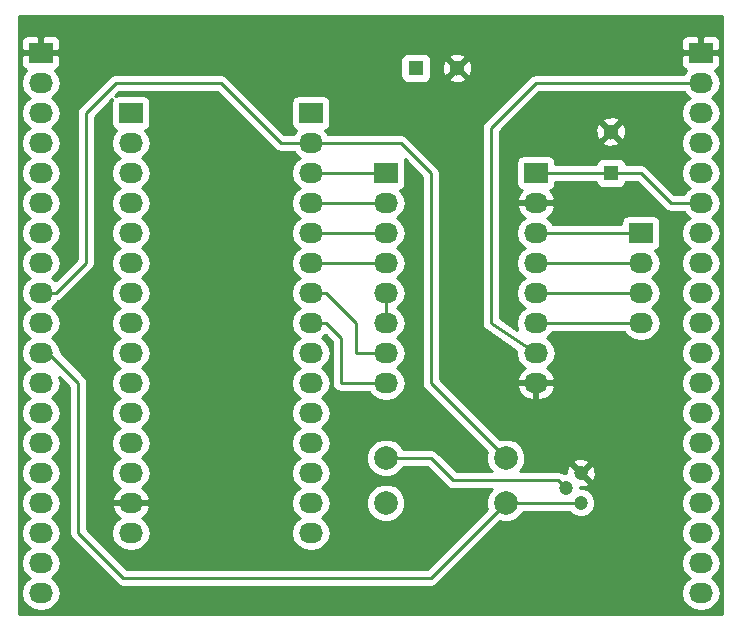
<source format=gbr>
G04 #@! TF.FileFunction,Copper,L1,Top,Signal*
%FSLAX46Y46*%
G04 Gerber Fmt 4.6, Leading zero omitted, Abs format (unit mm)*
G04 Created by KiCad (PCBNEW 4.0.3+e1-6302~38~ubuntu16.04.1-stable) date Thu Aug 25 17:17:48 2016*
%MOMM*%
%LPD*%
G01*
G04 APERTURE LIST*
%ADD10C,0.100000*%
%ADD11R,2.032000X1.727200*%
%ADD12O,2.032000X1.727200*%
%ADD13C,1.300000*%
%ADD14R,1.300000X1.300000*%
%ADD15C,1.200000*%
%ADD16C,1.998980*%
%ADD17C,0.250000*%
%ADD18C,0.254000*%
G04 APERTURE END LIST*
D10*
D11*
X58420000Y-60960000D03*
D12*
X58420000Y-63500000D03*
X58420000Y-66040000D03*
X58420000Y-68580000D03*
X58420000Y-71120000D03*
X58420000Y-73660000D03*
X58420000Y-76200000D03*
X58420000Y-78740000D03*
X58420000Y-81280000D03*
X58420000Y-83820000D03*
X58420000Y-86360000D03*
X58420000Y-88900000D03*
X58420000Y-91440000D03*
X58420000Y-93980000D03*
X58420000Y-96520000D03*
D11*
X73660000Y-60960000D03*
D12*
X73660000Y-63500000D03*
X73660000Y-66040000D03*
X73660000Y-68580000D03*
X73660000Y-71120000D03*
X73660000Y-73660000D03*
X73660000Y-76200000D03*
X73660000Y-78740000D03*
X73660000Y-81280000D03*
X73660000Y-83820000D03*
X73660000Y-86360000D03*
X73660000Y-88900000D03*
X73660000Y-91440000D03*
X73660000Y-93980000D03*
X73660000Y-96520000D03*
D11*
X80010000Y-66040000D03*
D12*
X80010000Y-68580000D03*
X80010000Y-71120000D03*
X80010000Y-73660000D03*
X80010000Y-76200000D03*
X80010000Y-78740000D03*
X80010000Y-81280000D03*
X80010000Y-83820000D03*
D11*
X92710000Y-66040000D03*
D12*
X92710000Y-68580000D03*
X92710000Y-71120000D03*
X92710000Y-73660000D03*
X92710000Y-76200000D03*
X92710000Y-78740000D03*
X92710000Y-81280000D03*
X92710000Y-83820000D03*
D11*
X101600000Y-71120000D03*
D12*
X101600000Y-73660000D03*
X101600000Y-76200000D03*
X101600000Y-78740000D03*
D13*
X86050000Y-57150000D03*
D14*
X82550000Y-57150000D03*
D15*
X96520000Y-91440000D03*
X95250000Y-92710000D03*
X96520000Y-93980000D03*
D16*
X80010000Y-93980000D03*
X90170000Y-93980000D03*
X80010000Y-90170000D03*
X90170000Y-90170000D03*
D11*
X106680000Y-55880000D03*
D12*
X106680000Y-58420000D03*
X106680000Y-60960000D03*
X106680000Y-63500000D03*
X106680000Y-66040000D03*
X106680000Y-68580000D03*
X106680000Y-71120000D03*
X106680000Y-73660000D03*
X106680000Y-76200000D03*
X106680000Y-78740000D03*
X106680000Y-81280000D03*
X106680000Y-83820000D03*
X106680000Y-86360000D03*
X106680000Y-88900000D03*
X106680000Y-91440000D03*
X106680000Y-93980000D03*
X106680000Y-96520000D03*
X106680000Y-99060000D03*
X106680000Y-101600000D03*
D13*
X99060000Y-62540000D03*
D14*
X99060000Y-66040000D03*
D11*
X50800000Y-55880000D03*
D12*
X50800000Y-58420000D03*
X50800000Y-60960000D03*
X50800000Y-63500000D03*
X50800000Y-66040000D03*
X50800000Y-68580000D03*
X50800000Y-71120000D03*
X50800000Y-73660000D03*
X50800000Y-76200000D03*
X50800000Y-78740000D03*
X50800000Y-81280000D03*
X50800000Y-83820000D03*
X50800000Y-86360000D03*
X50800000Y-88900000D03*
X50800000Y-91440000D03*
X50800000Y-93980000D03*
X50800000Y-96520000D03*
X50800000Y-99060000D03*
X50800000Y-101600000D03*
D17*
X99060000Y-66040000D02*
X101600000Y-66040000D01*
X104140000Y-68580000D02*
X106680000Y-68580000D01*
X101600000Y-66040000D02*
X104140000Y-68580000D01*
X92710000Y-66040000D02*
X99060000Y-66040000D01*
X73660000Y-63500000D02*
X81280000Y-63500000D01*
X81280000Y-63500000D02*
X83820000Y-66040000D01*
X50800000Y-76200000D02*
X52070000Y-76200000D01*
X71120000Y-63500000D02*
X73660000Y-63500000D01*
X66040000Y-58420000D02*
X71120000Y-63500000D01*
X57150000Y-58420000D02*
X66040000Y-58420000D01*
X54610000Y-60960000D02*
X57150000Y-58420000D01*
X54610000Y-73660000D02*
X54610000Y-60960000D01*
X52070000Y-76200000D02*
X54610000Y-73660000D01*
X83820000Y-83820000D02*
X90170000Y-90170000D01*
X83820000Y-66040000D02*
X83820000Y-83820000D01*
X50800000Y-81280000D02*
X51435000Y-81280000D01*
X51435000Y-81280000D02*
X53975000Y-83820000D01*
X53975000Y-83820000D02*
X53975000Y-96520000D01*
X53975000Y-96520000D02*
X57785000Y-100330000D01*
X57785000Y-100330000D02*
X83820000Y-100330000D01*
X83820000Y-100330000D02*
X90170000Y-93980000D01*
X90170000Y-93980000D02*
X96520000Y-93980000D01*
X73660000Y-66040000D02*
X80010000Y-66040000D01*
X73660000Y-68580000D02*
X80010000Y-68580000D01*
X73660000Y-71120000D02*
X80010000Y-71120000D01*
X73660000Y-73660000D02*
X80010000Y-73660000D01*
X73660000Y-78740000D02*
X74930000Y-78740000D01*
X74930000Y-78740000D02*
X76200000Y-80010000D01*
X76200000Y-83820000D02*
X80010000Y-83820000D01*
X76200000Y-80010000D02*
X76200000Y-83820000D01*
X80010000Y-76200000D02*
X80010000Y-78740000D01*
X92710000Y-71120000D02*
X101600000Y-71120000D01*
X92710000Y-73660000D02*
X101600000Y-73660000D01*
X92710000Y-76200000D02*
X101600000Y-76200000D01*
X92710000Y-78740000D02*
X101600000Y-78740000D01*
X73660000Y-76200000D02*
X74930000Y-76200000D01*
X77470000Y-81280000D02*
X80010000Y-81280000D01*
X77470000Y-78740000D02*
X77470000Y-81280000D01*
X74930000Y-76200000D02*
X77470000Y-78740000D01*
X80010000Y-90170000D02*
X83820000Y-90170000D01*
X94615000Y-92075000D02*
X95250000Y-92710000D01*
X85725000Y-92075000D02*
X94615000Y-92075000D01*
X83820000Y-90170000D02*
X85725000Y-92075000D01*
X92710000Y-81280000D02*
X88900000Y-78740000D01*
X88900000Y-78740000D02*
X88900000Y-62230000D01*
X88900000Y-62230000D02*
X92710000Y-58420000D01*
X92710000Y-58420000D02*
X106680000Y-58420000D01*
D18*
G36*
X108510000Y-103430000D02*
X48970000Y-103430000D01*
X48970000Y-58420000D01*
X49116655Y-58420000D01*
X49230729Y-58993489D01*
X49555585Y-59479670D01*
X49870366Y-59690000D01*
X49555585Y-59900330D01*
X49230729Y-60386511D01*
X49116655Y-60960000D01*
X49230729Y-61533489D01*
X49555585Y-62019670D01*
X49870366Y-62230000D01*
X49555585Y-62440330D01*
X49230729Y-62926511D01*
X49116655Y-63500000D01*
X49230729Y-64073489D01*
X49555585Y-64559670D01*
X49870366Y-64770000D01*
X49555585Y-64980330D01*
X49230729Y-65466511D01*
X49116655Y-66040000D01*
X49230729Y-66613489D01*
X49555585Y-67099670D01*
X49870366Y-67310000D01*
X49555585Y-67520330D01*
X49230729Y-68006511D01*
X49116655Y-68580000D01*
X49230729Y-69153489D01*
X49555585Y-69639670D01*
X49870366Y-69850000D01*
X49555585Y-70060330D01*
X49230729Y-70546511D01*
X49116655Y-71120000D01*
X49230729Y-71693489D01*
X49555585Y-72179670D01*
X49870366Y-72390000D01*
X49555585Y-72600330D01*
X49230729Y-73086511D01*
X49116655Y-73660000D01*
X49230729Y-74233489D01*
X49555585Y-74719670D01*
X49870366Y-74930000D01*
X49555585Y-75140330D01*
X49230729Y-75626511D01*
X49116655Y-76200000D01*
X49230729Y-76773489D01*
X49555585Y-77259670D01*
X49870366Y-77470000D01*
X49555585Y-77680330D01*
X49230729Y-78166511D01*
X49116655Y-78740000D01*
X49230729Y-79313489D01*
X49555585Y-79799670D01*
X49870366Y-80010000D01*
X49555585Y-80220330D01*
X49230729Y-80706511D01*
X49116655Y-81280000D01*
X49230729Y-81853489D01*
X49555585Y-82339670D01*
X49870366Y-82550000D01*
X49555585Y-82760330D01*
X49230729Y-83246511D01*
X49116655Y-83820000D01*
X49230729Y-84393489D01*
X49555585Y-84879670D01*
X49870366Y-85090000D01*
X49555585Y-85300330D01*
X49230729Y-85786511D01*
X49116655Y-86360000D01*
X49230729Y-86933489D01*
X49555585Y-87419670D01*
X49870366Y-87630000D01*
X49555585Y-87840330D01*
X49230729Y-88326511D01*
X49116655Y-88900000D01*
X49230729Y-89473489D01*
X49555585Y-89959670D01*
X49870366Y-90170000D01*
X49555585Y-90380330D01*
X49230729Y-90866511D01*
X49116655Y-91440000D01*
X49230729Y-92013489D01*
X49555585Y-92499670D01*
X49870366Y-92710000D01*
X49555585Y-92920330D01*
X49230729Y-93406511D01*
X49116655Y-93980000D01*
X49230729Y-94553489D01*
X49555585Y-95039670D01*
X49870366Y-95250000D01*
X49555585Y-95460330D01*
X49230729Y-95946511D01*
X49116655Y-96520000D01*
X49230729Y-97093489D01*
X49555585Y-97579670D01*
X49870366Y-97790000D01*
X49555585Y-98000330D01*
X49230729Y-98486511D01*
X49116655Y-99060000D01*
X49230729Y-99633489D01*
X49555585Y-100119670D01*
X49870366Y-100330000D01*
X49555585Y-100540330D01*
X49230729Y-101026511D01*
X49116655Y-101600000D01*
X49230729Y-102173489D01*
X49555585Y-102659670D01*
X50041766Y-102984526D01*
X50615255Y-103098600D01*
X50984745Y-103098600D01*
X51558234Y-102984526D01*
X52044415Y-102659670D01*
X52369271Y-102173489D01*
X52483345Y-101600000D01*
X52369271Y-101026511D01*
X52044415Y-100540330D01*
X51729634Y-100330000D01*
X52044415Y-100119670D01*
X52369271Y-99633489D01*
X52483345Y-99060000D01*
X52369271Y-98486511D01*
X52044415Y-98000330D01*
X51729634Y-97790000D01*
X52044415Y-97579670D01*
X52369271Y-97093489D01*
X52483345Y-96520000D01*
X52369271Y-95946511D01*
X52044415Y-95460330D01*
X51729634Y-95250000D01*
X52044415Y-95039670D01*
X52369271Y-94553489D01*
X52483345Y-93980000D01*
X52369271Y-93406511D01*
X52044415Y-92920330D01*
X51729634Y-92710000D01*
X52044415Y-92499670D01*
X52369271Y-92013489D01*
X52483345Y-91440000D01*
X52369271Y-90866511D01*
X52044415Y-90380330D01*
X51729634Y-90170000D01*
X52044415Y-89959670D01*
X52369271Y-89473489D01*
X52483345Y-88900000D01*
X52369271Y-88326511D01*
X52044415Y-87840330D01*
X51729634Y-87630000D01*
X52044415Y-87419670D01*
X52369271Y-86933489D01*
X52483345Y-86360000D01*
X52369271Y-85786511D01*
X52044415Y-85300330D01*
X51729634Y-85090000D01*
X52044415Y-84879670D01*
X52369271Y-84393489D01*
X52483345Y-83820000D01*
X52379839Y-83299641D01*
X53215000Y-84134802D01*
X53215000Y-96520000D01*
X53272852Y-96810839D01*
X53437599Y-97057401D01*
X57247599Y-100867401D01*
X57494161Y-101032148D01*
X57785000Y-101090000D01*
X83820000Y-101090000D01*
X84110839Y-101032148D01*
X84357401Y-100867401D01*
X89678917Y-95545885D01*
X89843453Y-95614206D01*
X90493694Y-95614774D01*
X91094655Y-95366462D01*
X91554846Y-94907073D01*
X91624221Y-94740000D01*
X95533644Y-94740000D01*
X95819515Y-95026371D01*
X96273266Y-95214785D01*
X96764579Y-95215214D01*
X97218657Y-95027592D01*
X97566371Y-94680485D01*
X97754785Y-94226734D01*
X97755214Y-93735421D01*
X97567592Y-93281343D01*
X97220485Y-92933629D01*
X96766734Y-92745215D01*
X96484970Y-92744969D01*
X96485027Y-92679521D01*
X96841413Y-92657482D01*
X97153617Y-92528164D01*
X97203130Y-92302735D01*
X96520000Y-91619605D01*
X96505858Y-91633748D01*
X96326253Y-91454143D01*
X96340395Y-91440000D01*
X96699605Y-91440000D01*
X97382735Y-92123130D01*
X97608164Y-92073617D01*
X97767807Y-91608964D01*
X97737482Y-91118587D01*
X97608164Y-90806383D01*
X97382735Y-90756870D01*
X96699605Y-91440000D01*
X96340395Y-91440000D01*
X95657265Y-90756870D01*
X95431836Y-90806383D01*
X95272193Y-91271036D01*
X95284808Y-91475030D01*
X95058464Y-91474832D01*
X94905839Y-91372852D01*
X94615000Y-91315000D01*
X91336539Y-91315000D01*
X91554846Y-91097073D01*
X91770688Y-90577265D01*
X95836870Y-90577265D01*
X96520000Y-91260395D01*
X97203130Y-90577265D01*
X97153617Y-90351836D01*
X96688964Y-90192193D01*
X96198587Y-90222518D01*
X95886383Y-90351836D01*
X95836870Y-90577265D01*
X91770688Y-90577265D01*
X91804206Y-90496547D01*
X91804774Y-89846306D01*
X91556462Y-89245345D01*
X91097073Y-88785154D01*
X90496547Y-88535794D01*
X89846306Y-88535226D01*
X89679111Y-88604309D01*
X85253828Y-84179026D01*
X91102642Y-84179026D01*
X91105291Y-84194791D01*
X91359268Y-84722036D01*
X91795680Y-85111954D01*
X92348087Y-85305184D01*
X92583000Y-85160924D01*
X92583000Y-83947000D01*
X92837000Y-83947000D01*
X92837000Y-85160924D01*
X93071913Y-85305184D01*
X93624320Y-85111954D01*
X94060732Y-84722036D01*
X94314709Y-84194791D01*
X94317358Y-84179026D01*
X94196217Y-83947000D01*
X92837000Y-83947000D01*
X92583000Y-83947000D01*
X91223783Y-83947000D01*
X91102642Y-84179026D01*
X85253828Y-84179026D01*
X84580000Y-83505198D01*
X84580000Y-66040000D01*
X84522148Y-65749161D01*
X84522148Y-65749160D01*
X84357401Y-65502599D01*
X81817401Y-62962599D01*
X81570839Y-62797852D01*
X81280000Y-62740000D01*
X75104648Y-62740000D01*
X74904415Y-62440330D01*
X74890087Y-62430757D01*
X74911317Y-62426762D01*
X75127441Y-62287690D01*
X75166858Y-62230000D01*
X88140000Y-62230000D01*
X88140000Y-78740000D01*
X88154680Y-78813802D01*
X88154759Y-78889048D01*
X88183325Y-78957810D01*
X88197852Y-79030839D01*
X88239658Y-79093406D01*
X88268526Y-79162894D01*
X88321231Y-79215489D01*
X88362599Y-79277401D01*
X88425165Y-79319206D01*
X88478428Y-79372358D01*
X91063329Y-81095626D01*
X91026655Y-81280000D01*
X91140729Y-81853489D01*
X91465585Y-82339670D01*
X91775069Y-82546461D01*
X91359268Y-82917964D01*
X91105291Y-83445209D01*
X91102642Y-83460974D01*
X91223783Y-83693000D01*
X92583000Y-83693000D01*
X92583000Y-83673000D01*
X92837000Y-83673000D01*
X92837000Y-83693000D01*
X94196217Y-83693000D01*
X94317358Y-83460974D01*
X94314709Y-83445209D01*
X94060732Y-82917964D01*
X93644931Y-82546461D01*
X93954415Y-82339670D01*
X94279271Y-81853489D01*
X94393345Y-81280000D01*
X94279271Y-80706511D01*
X93954415Y-80220330D01*
X93639634Y-80010000D01*
X93954415Y-79799670D01*
X94154648Y-79500000D01*
X100155352Y-79500000D01*
X100355585Y-79799670D01*
X100841766Y-80124526D01*
X101415255Y-80238600D01*
X101784745Y-80238600D01*
X102358234Y-80124526D01*
X102844415Y-79799670D01*
X103169271Y-79313489D01*
X103283345Y-78740000D01*
X103169271Y-78166511D01*
X102844415Y-77680330D01*
X102529634Y-77470000D01*
X102844415Y-77259670D01*
X103169271Y-76773489D01*
X103283345Y-76200000D01*
X103169271Y-75626511D01*
X102844415Y-75140330D01*
X102529634Y-74930000D01*
X102844415Y-74719670D01*
X103169271Y-74233489D01*
X103283345Y-73660000D01*
X103169271Y-73086511D01*
X102844415Y-72600330D01*
X102830087Y-72590757D01*
X102851317Y-72586762D01*
X103067441Y-72447690D01*
X103212431Y-72235490D01*
X103263440Y-71983600D01*
X103263440Y-70256400D01*
X103219162Y-70021083D01*
X103080090Y-69804959D01*
X102867890Y-69659969D01*
X102616000Y-69608960D01*
X100584000Y-69608960D01*
X100348683Y-69653238D01*
X100132559Y-69792310D01*
X99987569Y-70004510D01*
X99936560Y-70256400D01*
X99936560Y-70360000D01*
X94154648Y-70360000D01*
X93954415Y-70060330D01*
X93644931Y-69853539D01*
X94060732Y-69482036D01*
X94314709Y-68954791D01*
X94317358Y-68939026D01*
X94196217Y-68707000D01*
X92837000Y-68707000D01*
X92837000Y-68727000D01*
X92583000Y-68727000D01*
X92583000Y-68707000D01*
X91223783Y-68707000D01*
X91102642Y-68939026D01*
X91105291Y-68954791D01*
X91359268Y-69482036D01*
X91775069Y-69853539D01*
X91465585Y-70060330D01*
X91140729Y-70546511D01*
X91026655Y-71120000D01*
X91140729Y-71693489D01*
X91465585Y-72179670D01*
X91780366Y-72390000D01*
X91465585Y-72600330D01*
X91140729Y-73086511D01*
X91026655Y-73660000D01*
X91140729Y-74233489D01*
X91465585Y-74719670D01*
X91780366Y-74930000D01*
X91465585Y-75140330D01*
X91140729Y-75626511D01*
X91026655Y-76200000D01*
X91140729Y-76773489D01*
X91465585Y-77259670D01*
X91780366Y-77470000D01*
X91465585Y-77680330D01*
X91140729Y-78166511D01*
X91026655Y-78740000D01*
X91140729Y-79313489D01*
X91149072Y-79325975D01*
X89660000Y-78333261D01*
X89660000Y-63439016D01*
X98340590Y-63439016D01*
X98396271Y-63669611D01*
X98879078Y-63837622D01*
X99389428Y-63808083D01*
X99723729Y-63669611D01*
X99779410Y-63439016D01*
X99060000Y-62719605D01*
X98340590Y-63439016D01*
X89660000Y-63439016D01*
X89660000Y-62544802D01*
X89845724Y-62359078D01*
X97762378Y-62359078D01*
X97791917Y-62869428D01*
X97930389Y-63203729D01*
X98160984Y-63259410D01*
X98880395Y-62540000D01*
X99239605Y-62540000D01*
X99959016Y-63259410D01*
X100189611Y-63203729D01*
X100357622Y-62720922D01*
X100328083Y-62210572D01*
X100189611Y-61876271D01*
X99959016Y-61820590D01*
X99239605Y-62540000D01*
X98880395Y-62540000D01*
X98160984Y-61820590D01*
X97930389Y-61876271D01*
X97762378Y-62359078D01*
X89845724Y-62359078D01*
X90563818Y-61640984D01*
X98340590Y-61640984D01*
X99060000Y-62360395D01*
X99779410Y-61640984D01*
X99723729Y-61410389D01*
X99240922Y-61242378D01*
X98730572Y-61271917D01*
X98396271Y-61410389D01*
X98340590Y-61640984D01*
X90563818Y-61640984D01*
X93024802Y-59180000D01*
X105235352Y-59180000D01*
X105435585Y-59479670D01*
X105750366Y-59690000D01*
X105435585Y-59900330D01*
X105110729Y-60386511D01*
X104996655Y-60960000D01*
X105110729Y-61533489D01*
X105435585Y-62019670D01*
X105750366Y-62230000D01*
X105435585Y-62440330D01*
X105110729Y-62926511D01*
X104996655Y-63500000D01*
X105110729Y-64073489D01*
X105435585Y-64559670D01*
X105750366Y-64770000D01*
X105435585Y-64980330D01*
X105110729Y-65466511D01*
X104996655Y-66040000D01*
X105110729Y-66613489D01*
X105435585Y-67099670D01*
X105750366Y-67310000D01*
X105435585Y-67520330D01*
X105235352Y-67820000D01*
X104454802Y-67820000D01*
X102137401Y-65502599D01*
X101890839Y-65337852D01*
X101600000Y-65280000D01*
X100336742Y-65280000D01*
X100313162Y-65154683D01*
X100174090Y-64938559D01*
X99961890Y-64793569D01*
X99710000Y-64742560D01*
X98410000Y-64742560D01*
X98174683Y-64786838D01*
X97958559Y-64925910D01*
X97813569Y-65138110D01*
X97784836Y-65280000D01*
X94373440Y-65280000D01*
X94373440Y-65176400D01*
X94329162Y-64941083D01*
X94190090Y-64724959D01*
X93977890Y-64579969D01*
X93726000Y-64528960D01*
X91694000Y-64528960D01*
X91458683Y-64573238D01*
X91242559Y-64712310D01*
X91097569Y-64924510D01*
X91046560Y-65176400D01*
X91046560Y-66903600D01*
X91090838Y-67138917D01*
X91229910Y-67355041D01*
X91442110Y-67500031D01*
X91536927Y-67519232D01*
X91359268Y-67677964D01*
X91105291Y-68205209D01*
X91102642Y-68220974D01*
X91223783Y-68453000D01*
X92583000Y-68453000D01*
X92583000Y-68433000D01*
X92837000Y-68433000D01*
X92837000Y-68453000D01*
X94196217Y-68453000D01*
X94317358Y-68220974D01*
X94314709Y-68205209D01*
X94060732Y-67677964D01*
X93885155Y-67521093D01*
X93961317Y-67506762D01*
X94177441Y-67367690D01*
X94322431Y-67155490D01*
X94373440Y-66903600D01*
X94373440Y-66800000D01*
X97783258Y-66800000D01*
X97806838Y-66925317D01*
X97945910Y-67141441D01*
X98158110Y-67286431D01*
X98410000Y-67337440D01*
X99710000Y-67337440D01*
X99945317Y-67293162D01*
X100161441Y-67154090D01*
X100306431Y-66941890D01*
X100335164Y-66800000D01*
X101285198Y-66800000D01*
X103602599Y-69117401D01*
X103849160Y-69282148D01*
X103897414Y-69291746D01*
X104140000Y-69340000D01*
X105235352Y-69340000D01*
X105435585Y-69639670D01*
X105750366Y-69850000D01*
X105435585Y-70060330D01*
X105110729Y-70546511D01*
X104996655Y-71120000D01*
X105110729Y-71693489D01*
X105435585Y-72179670D01*
X105750366Y-72390000D01*
X105435585Y-72600330D01*
X105110729Y-73086511D01*
X104996655Y-73660000D01*
X105110729Y-74233489D01*
X105435585Y-74719670D01*
X105750366Y-74930000D01*
X105435585Y-75140330D01*
X105110729Y-75626511D01*
X104996655Y-76200000D01*
X105110729Y-76773489D01*
X105435585Y-77259670D01*
X105750366Y-77470000D01*
X105435585Y-77680330D01*
X105110729Y-78166511D01*
X104996655Y-78740000D01*
X105110729Y-79313489D01*
X105435585Y-79799670D01*
X105750366Y-80010000D01*
X105435585Y-80220330D01*
X105110729Y-80706511D01*
X104996655Y-81280000D01*
X105110729Y-81853489D01*
X105435585Y-82339670D01*
X105750366Y-82550000D01*
X105435585Y-82760330D01*
X105110729Y-83246511D01*
X104996655Y-83820000D01*
X105110729Y-84393489D01*
X105435585Y-84879670D01*
X105750366Y-85090000D01*
X105435585Y-85300330D01*
X105110729Y-85786511D01*
X104996655Y-86360000D01*
X105110729Y-86933489D01*
X105435585Y-87419670D01*
X105750366Y-87630000D01*
X105435585Y-87840330D01*
X105110729Y-88326511D01*
X104996655Y-88900000D01*
X105110729Y-89473489D01*
X105435585Y-89959670D01*
X105750366Y-90170000D01*
X105435585Y-90380330D01*
X105110729Y-90866511D01*
X104996655Y-91440000D01*
X105110729Y-92013489D01*
X105435585Y-92499670D01*
X105750366Y-92710000D01*
X105435585Y-92920330D01*
X105110729Y-93406511D01*
X104996655Y-93980000D01*
X105110729Y-94553489D01*
X105435585Y-95039670D01*
X105750366Y-95250000D01*
X105435585Y-95460330D01*
X105110729Y-95946511D01*
X104996655Y-96520000D01*
X105110729Y-97093489D01*
X105435585Y-97579670D01*
X105750366Y-97790000D01*
X105435585Y-98000330D01*
X105110729Y-98486511D01*
X104996655Y-99060000D01*
X105110729Y-99633489D01*
X105435585Y-100119670D01*
X105750366Y-100330000D01*
X105435585Y-100540330D01*
X105110729Y-101026511D01*
X104996655Y-101600000D01*
X105110729Y-102173489D01*
X105435585Y-102659670D01*
X105921766Y-102984526D01*
X106495255Y-103098600D01*
X106864745Y-103098600D01*
X107438234Y-102984526D01*
X107924415Y-102659670D01*
X108249271Y-102173489D01*
X108363345Y-101600000D01*
X108249271Y-101026511D01*
X107924415Y-100540330D01*
X107609634Y-100330000D01*
X107924415Y-100119670D01*
X108249271Y-99633489D01*
X108363345Y-99060000D01*
X108249271Y-98486511D01*
X107924415Y-98000330D01*
X107609634Y-97790000D01*
X107924415Y-97579670D01*
X108249271Y-97093489D01*
X108363345Y-96520000D01*
X108249271Y-95946511D01*
X107924415Y-95460330D01*
X107609634Y-95250000D01*
X107924415Y-95039670D01*
X108249271Y-94553489D01*
X108363345Y-93980000D01*
X108249271Y-93406511D01*
X107924415Y-92920330D01*
X107609634Y-92710000D01*
X107924415Y-92499670D01*
X108249271Y-92013489D01*
X108363345Y-91440000D01*
X108249271Y-90866511D01*
X107924415Y-90380330D01*
X107609634Y-90170000D01*
X107924415Y-89959670D01*
X108249271Y-89473489D01*
X108363345Y-88900000D01*
X108249271Y-88326511D01*
X107924415Y-87840330D01*
X107609634Y-87630000D01*
X107924415Y-87419670D01*
X108249271Y-86933489D01*
X108363345Y-86360000D01*
X108249271Y-85786511D01*
X107924415Y-85300330D01*
X107609634Y-85090000D01*
X107924415Y-84879670D01*
X108249271Y-84393489D01*
X108363345Y-83820000D01*
X108249271Y-83246511D01*
X107924415Y-82760330D01*
X107609634Y-82550000D01*
X107924415Y-82339670D01*
X108249271Y-81853489D01*
X108363345Y-81280000D01*
X108249271Y-80706511D01*
X107924415Y-80220330D01*
X107609634Y-80010000D01*
X107924415Y-79799670D01*
X108249271Y-79313489D01*
X108363345Y-78740000D01*
X108249271Y-78166511D01*
X107924415Y-77680330D01*
X107609634Y-77470000D01*
X107924415Y-77259670D01*
X108249271Y-76773489D01*
X108363345Y-76200000D01*
X108249271Y-75626511D01*
X107924415Y-75140330D01*
X107609634Y-74930000D01*
X107924415Y-74719670D01*
X108249271Y-74233489D01*
X108363345Y-73660000D01*
X108249271Y-73086511D01*
X107924415Y-72600330D01*
X107609634Y-72390000D01*
X107924415Y-72179670D01*
X108249271Y-71693489D01*
X108363345Y-71120000D01*
X108249271Y-70546511D01*
X107924415Y-70060330D01*
X107609634Y-69850000D01*
X107924415Y-69639670D01*
X108249271Y-69153489D01*
X108363345Y-68580000D01*
X108249271Y-68006511D01*
X107924415Y-67520330D01*
X107609634Y-67310000D01*
X107924415Y-67099670D01*
X108249271Y-66613489D01*
X108363345Y-66040000D01*
X108249271Y-65466511D01*
X107924415Y-64980330D01*
X107609634Y-64770000D01*
X107924415Y-64559670D01*
X108249271Y-64073489D01*
X108363345Y-63500000D01*
X108249271Y-62926511D01*
X107924415Y-62440330D01*
X107609634Y-62230000D01*
X107924415Y-62019670D01*
X108249271Y-61533489D01*
X108363345Y-60960000D01*
X108249271Y-60386511D01*
X107924415Y-59900330D01*
X107609634Y-59690000D01*
X107924415Y-59479670D01*
X108249271Y-58993489D01*
X108363345Y-58420000D01*
X108249271Y-57846511D01*
X107924415Y-57360330D01*
X107902220Y-57345500D01*
X108055699Y-57281927D01*
X108234327Y-57103298D01*
X108331000Y-56869909D01*
X108331000Y-56165750D01*
X108172250Y-56007000D01*
X106807000Y-56007000D01*
X106807000Y-56027000D01*
X106553000Y-56027000D01*
X106553000Y-56007000D01*
X105187750Y-56007000D01*
X105029000Y-56165750D01*
X105029000Y-56869909D01*
X105125673Y-57103298D01*
X105304301Y-57281927D01*
X105457780Y-57345500D01*
X105435585Y-57360330D01*
X105235352Y-57660000D01*
X92710000Y-57660000D01*
X92419161Y-57717852D01*
X92172599Y-57882599D01*
X88362599Y-61692599D01*
X88197852Y-61939161D01*
X88140000Y-62230000D01*
X75166858Y-62230000D01*
X75272431Y-62075490D01*
X75323440Y-61823600D01*
X75323440Y-60096400D01*
X75279162Y-59861083D01*
X75140090Y-59644959D01*
X74927890Y-59499969D01*
X74676000Y-59448960D01*
X72644000Y-59448960D01*
X72408683Y-59493238D01*
X72192559Y-59632310D01*
X72047569Y-59844510D01*
X71996560Y-60096400D01*
X71996560Y-61823600D01*
X72040838Y-62058917D01*
X72179910Y-62275041D01*
X72392110Y-62420031D01*
X72433439Y-62428400D01*
X72415585Y-62440330D01*
X72215352Y-62740000D01*
X71434802Y-62740000D01*
X66577401Y-57882599D01*
X66330839Y-57717852D01*
X66040000Y-57660000D01*
X57150000Y-57660000D01*
X56907414Y-57708254D01*
X56859160Y-57717852D01*
X56612599Y-57882599D01*
X54072599Y-60422599D01*
X53907852Y-60669161D01*
X53850000Y-60960000D01*
X53850000Y-73345198D01*
X52048602Y-75146596D01*
X52044415Y-75140330D01*
X51729634Y-74930000D01*
X52044415Y-74719670D01*
X52369271Y-74233489D01*
X52483345Y-73660000D01*
X52369271Y-73086511D01*
X52044415Y-72600330D01*
X51729634Y-72390000D01*
X52044415Y-72179670D01*
X52369271Y-71693489D01*
X52483345Y-71120000D01*
X52369271Y-70546511D01*
X52044415Y-70060330D01*
X51729634Y-69850000D01*
X52044415Y-69639670D01*
X52369271Y-69153489D01*
X52483345Y-68580000D01*
X52369271Y-68006511D01*
X52044415Y-67520330D01*
X51729634Y-67310000D01*
X52044415Y-67099670D01*
X52369271Y-66613489D01*
X52483345Y-66040000D01*
X52369271Y-65466511D01*
X52044415Y-64980330D01*
X51729634Y-64770000D01*
X52044415Y-64559670D01*
X52369271Y-64073489D01*
X52483345Y-63500000D01*
X52369271Y-62926511D01*
X52044415Y-62440330D01*
X51729634Y-62230000D01*
X52044415Y-62019670D01*
X52369271Y-61533489D01*
X52483345Y-60960000D01*
X52369271Y-60386511D01*
X52044415Y-59900330D01*
X51729634Y-59690000D01*
X52044415Y-59479670D01*
X52369271Y-58993489D01*
X52483345Y-58420000D01*
X52369271Y-57846511D01*
X52044415Y-57360330D01*
X52022220Y-57345500D01*
X52175699Y-57281927D01*
X52354327Y-57103298D01*
X52451000Y-56869909D01*
X52451000Y-56500000D01*
X81252560Y-56500000D01*
X81252560Y-57800000D01*
X81296838Y-58035317D01*
X81435910Y-58251441D01*
X81648110Y-58396431D01*
X81900000Y-58447440D01*
X83200000Y-58447440D01*
X83435317Y-58403162D01*
X83651441Y-58264090D01*
X83796431Y-58051890D01*
X83797012Y-58049016D01*
X85330590Y-58049016D01*
X85386271Y-58279611D01*
X85869078Y-58447622D01*
X86379428Y-58418083D01*
X86713729Y-58279611D01*
X86769410Y-58049016D01*
X86050000Y-57329605D01*
X85330590Y-58049016D01*
X83797012Y-58049016D01*
X83847440Y-57800000D01*
X83847440Y-56969078D01*
X84752378Y-56969078D01*
X84781917Y-57479428D01*
X84920389Y-57813729D01*
X85150984Y-57869410D01*
X85870395Y-57150000D01*
X86229605Y-57150000D01*
X86949016Y-57869410D01*
X87179611Y-57813729D01*
X87347622Y-57330922D01*
X87318083Y-56820572D01*
X87179611Y-56486271D01*
X86949016Y-56430590D01*
X86229605Y-57150000D01*
X85870395Y-57150000D01*
X85150984Y-56430590D01*
X84920389Y-56486271D01*
X84752378Y-56969078D01*
X83847440Y-56969078D01*
X83847440Y-56500000D01*
X83803162Y-56264683D01*
X83794347Y-56250984D01*
X85330590Y-56250984D01*
X86050000Y-56970395D01*
X86769410Y-56250984D01*
X86713729Y-56020389D01*
X86230922Y-55852378D01*
X85720572Y-55881917D01*
X85386271Y-56020389D01*
X85330590Y-56250984D01*
X83794347Y-56250984D01*
X83664090Y-56048559D01*
X83451890Y-55903569D01*
X83200000Y-55852560D01*
X81900000Y-55852560D01*
X81664683Y-55896838D01*
X81448559Y-56035910D01*
X81303569Y-56248110D01*
X81252560Y-56500000D01*
X52451000Y-56500000D01*
X52451000Y-56165750D01*
X52292250Y-56007000D01*
X50927000Y-56007000D01*
X50927000Y-56027000D01*
X50673000Y-56027000D01*
X50673000Y-56007000D01*
X49307750Y-56007000D01*
X49149000Y-56165750D01*
X49149000Y-56869909D01*
X49245673Y-57103298D01*
X49424301Y-57281927D01*
X49577780Y-57345500D01*
X49555585Y-57360330D01*
X49230729Y-57846511D01*
X49116655Y-58420000D01*
X48970000Y-58420000D01*
X48970000Y-54890091D01*
X49149000Y-54890091D01*
X49149000Y-55594250D01*
X49307750Y-55753000D01*
X50673000Y-55753000D01*
X50673000Y-54540150D01*
X50927000Y-54540150D01*
X50927000Y-55753000D01*
X52292250Y-55753000D01*
X52451000Y-55594250D01*
X52451000Y-54890091D01*
X105029000Y-54890091D01*
X105029000Y-55594250D01*
X105187750Y-55753000D01*
X106553000Y-55753000D01*
X106553000Y-54540150D01*
X106807000Y-54540150D01*
X106807000Y-55753000D01*
X108172250Y-55753000D01*
X108331000Y-55594250D01*
X108331000Y-54890091D01*
X108234327Y-54656702D01*
X108055699Y-54478073D01*
X107822310Y-54381400D01*
X106965750Y-54381400D01*
X106807000Y-54540150D01*
X106553000Y-54540150D01*
X106394250Y-54381400D01*
X105537690Y-54381400D01*
X105304301Y-54478073D01*
X105125673Y-54656702D01*
X105029000Y-54890091D01*
X52451000Y-54890091D01*
X52354327Y-54656702D01*
X52175699Y-54478073D01*
X51942310Y-54381400D01*
X51085750Y-54381400D01*
X50927000Y-54540150D01*
X50673000Y-54540150D01*
X50514250Y-54381400D01*
X49657690Y-54381400D01*
X49424301Y-54478073D01*
X49245673Y-54656702D01*
X49149000Y-54890091D01*
X48970000Y-54890091D01*
X48970000Y-52780000D01*
X108510000Y-52780000D01*
X108510000Y-103430000D01*
X108510000Y-103430000D01*
G37*
X108510000Y-103430000D02*
X48970000Y-103430000D01*
X48970000Y-58420000D01*
X49116655Y-58420000D01*
X49230729Y-58993489D01*
X49555585Y-59479670D01*
X49870366Y-59690000D01*
X49555585Y-59900330D01*
X49230729Y-60386511D01*
X49116655Y-60960000D01*
X49230729Y-61533489D01*
X49555585Y-62019670D01*
X49870366Y-62230000D01*
X49555585Y-62440330D01*
X49230729Y-62926511D01*
X49116655Y-63500000D01*
X49230729Y-64073489D01*
X49555585Y-64559670D01*
X49870366Y-64770000D01*
X49555585Y-64980330D01*
X49230729Y-65466511D01*
X49116655Y-66040000D01*
X49230729Y-66613489D01*
X49555585Y-67099670D01*
X49870366Y-67310000D01*
X49555585Y-67520330D01*
X49230729Y-68006511D01*
X49116655Y-68580000D01*
X49230729Y-69153489D01*
X49555585Y-69639670D01*
X49870366Y-69850000D01*
X49555585Y-70060330D01*
X49230729Y-70546511D01*
X49116655Y-71120000D01*
X49230729Y-71693489D01*
X49555585Y-72179670D01*
X49870366Y-72390000D01*
X49555585Y-72600330D01*
X49230729Y-73086511D01*
X49116655Y-73660000D01*
X49230729Y-74233489D01*
X49555585Y-74719670D01*
X49870366Y-74930000D01*
X49555585Y-75140330D01*
X49230729Y-75626511D01*
X49116655Y-76200000D01*
X49230729Y-76773489D01*
X49555585Y-77259670D01*
X49870366Y-77470000D01*
X49555585Y-77680330D01*
X49230729Y-78166511D01*
X49116655Y-78740000D01*
X49230729Y-79313489D01*
X49555585Y-79799670D01*
X49870366Y-80010000D01*
X49555585Y-80220330D01*
X49230729Y-80706511D01*
X49116655Y-81280000D01*
X49230729Y-81853489D01*
X49555585Y-82339670D01*
X49870366Y-82550000D01*
X49555585Y-82760330D01*
X49230729Y-83246511D01*
X49116655Y-83820000D01*
X49230729Y-84393489D01*
X49555585Y-84879670D01*
X49870366Y-85090000D01*
X49555585Y-85300330D01*
X49230729Y-85786511D01*
X49116655Y-86360000D01*
X49230729Y-86933489D01*
X49555585Y-87419670D01*
X49870366Y-87630000D01*
X49555585Y-87840330D01*
X49230729Y-88326511D01*
X49116655Y-88900000D01*
X49230729Y-89473489D01*
X49555585Y-89959670D01*
X49870366Y-90170000D01*
X49555585Y-90380330D01*
X49230729Y-90866511D01*
X49116655Y-91440000D01*
X49230729Y-92013489D01*
X49555585Y-92499670D01*
X49870366Y-92710000D01*
X49555585Y-92920330D01*
X49230729Y-93406511D01*
X49116655Y-93980000D01*
X49230729Y-94553489D01*
X49555585Y-95039670D01*
X49870366Y-95250000D01*
X49555585Y-95460330D01*
X49230729Y-95946511D01*
X49116655Y-96520000D01*
X49230729Y-97093489D01*
X49555585Y-97579670D01*
X49870366Y-97790000D01*
X49555585Y-98000330D01*
X49230729Y-98486511D01*
X49116655Y-99060000D01*
X49230729Y-99633489D01*
X49555585Y-100119670D01*
X49870366Y-100330000D01*
X49555585Y-100540330D01*
X49230729Y-101026511D01*
X49116655Y-101600000D01*
X49230729Y-102173489D01*
X49555585Y-102659670D01*
X50041766Y-102984526D01*
X50615255Y-103098600D01*
X50984745Y-103098600D01*
X51558234Y-102984526D01*
X52044415Y-102659670D01*
X52369271Y-102173489D01*
X52483345Y-101600000D01*
X52369271Y-101026511D01*
X52044415Y-100540330D01*
X51729634Y-100330000D01*
X52044415Y-100119670D01*
X52369271Y-99633489D01*
X52483345Y-99060000D01*
X52369271Y-98486511D01*
X52044415Y-98000330D01*
X51729634Y-97790000D01*
X52044415Y-97579670D01*
X52369271Y-97093489D01*
X52483345Y-96520000D01*
X52369271Y-95946511D01*
X52044415Y-95460330D01*
X51729634Y-95250000D01*
X52044415Y-95039670D01*
X52369271Y-94553489D01*
X52483345Y-93980000D01*
X52369271Y-93406511D01*
X52044415Y-92920330D01*
X51729634Y-92710000D01*
X52044415Y-92499670D01*
X52369271Y-92013489D01*
X52483345Y-91440000D01*
X52369271Y-90866511D01*
X52044415Y-90380330D01*
X51729634Y-90170000D01*
X52044415Y-89959670D01*
X52369271Y-89473489D01*
X52483345Y-88900000D01*
X52369271Y-88326511D01*
X52044415Y-87840330D01*
X51729634Y-87630000D01*
X52044415Y-87419670D01*
X52369271Y-86933489D01*
X52483345Y-86360000D01*
X52369271Y-85786511D01*
X52044415Y-85300330D01*
X51729634Y-85090000D01*
X52044415Y-84879670D01*
X52369271Y-84393489D01*
X52483345Y-83820000D01*
X52379839Y-83299641D01*
X53215000Y-84134802D01*
X53215000Y-96520000D01*
X53272852Y-96810839D01*
X53437599Y-97057401D01*
X57247599Y-100867401D01*
X57494161Y-101032148D01*
X57785000Y-101090000D01*
X83820000Y-101090000D01*
X84110839Y-101032148D01*
X84357401Y-100867401D01*
X89678917Y-95545885D01*
X89843453Y-95614206D01*
X90493694Y-95614774D01*
X91094655Y-95366462D01*
X91554846Y-94907073D01*
X91624221Y-94740000D01*
X95533644Y-94740000D01*
X95819515Y-95026371D01*
X96273266Y-95214785D01*
X96764579Y-95215214D01*
X97218657Y-95027592D01*
X97566371Y-94680485D01*
X97754785Y-94226734D01*
X97755214Y-93735421D01*
X97567592Y-93281343D01*
X97220485Y-92933629D01*
X96766734Y-92745215D01*
X96484970Y-92744969D01*
X96485027Y-92679521D01*
X96841413Y-92657482D01*
X97153617Y-92528164D01*
X97203130Y-92302735D01*
X96520000Y-91619605D01*
X96505858Y-91633748D01*
X96326253Y-91454143D01*
X96340395Y-91440000D01*
X96699605Y-91440000D01*
X97382735Y-92123130D01*
X97608164Y-92073617D01*
X97767807Y-91608964D01*
X97737482Y-91118587D01*
X97608164Y-90806383D01*
X97382735Y-90756870D01*
X96699605Y-91440000D01*
X96340395Y-91440000D01*
X95657265Y-90756870D01*
X95431836Y-90806383D01*
X95272193Y-91271036D01*
X95284808Y-91475030D01*
X95058464Y-91474832D01*
X94905839Y-91372852D01*
X94615000Y-91315000D01*
X91336539Y-91315000D01*
X91554846Y-91097073D01*
X91770688Y-90577265D01*
X95836870Y-90577265D01*
X96520000Y-91260395D01*
X97203130Y-90577265D01*
X97153617Y-90351836D01*
X96688964Y-90192193D01*
X96198587Y-90222518D01*
X95886383Y-90351836D01*
X95836870Y-90577265D01*
X91770688Y-90577265D01*
X91804206Y-90496547D01*
X91804774Y-89846306D01*
X91556462Y-89245345D01*
X91097073Y-88785154D01*
X90496547Y-88535794D01*
X89846306Y-88535226D01*
X89679111Y-88604309D01*
X85253828Y-84179026D01*
X91102642Y-84179026D01*
X91105291Y-84194791D01*
X91359268Y-84722036D01*
X91795680Y-85111954D01*
X92348087Y-85305184D01*
X92583000Y-85160924D01*
X92583000Y-83947000D01*
X92837000Y-83947000D01*
X92837000Y-85160924D01*
X93071913Y-85305184D01*
X93624320Y-85111954D01*
X94060732Y-84722036D01*
X94314709Y-84194791D01*
X94317358Y-84179026D01*
X94196217Y-83947000D01*
X92837000Y-83947000D01*
X92583000Y-83947000D01*
X91223783Y-83947000D01*
X91102642Y-84179026D01*
X85253828Y-84179026D01*
X84580000Y-83505198D01*
X84580000Y-66040000D01*
X84522148Y-65749161D01*
X84522148Y-65749160D01*
X84357401Y-65502599D01*
X81817401Y-62962599D01*
X81570839Y-62797852D01*
X81280000Y-62740000D01*
X75104648Y-62740000D01*
X74904415Y-62440330D01*
X74890087Y-62430757D01*
X74911317Y-62426762D01*
X75127441Y-62287690D01*
X75166858Y-62230000D01*
X88140000Y-62230000D01*
X88140000Y-78740000D01*
X88154680Y-78813802D01*
X88154759Y-78889048D01*
X88183325Y-78957810D01*
X88197852Y-79030839D01*
X88239658Y-79093406D01*
X88268526Y-79162894D01*
X88321231Y-79215489D01*
X88362599Y-79277401D01*
X88425165Y-79319206D01*
X88478428Y-79372358D01*
X91063329Y-81095626D01*
X91026655Y-81280000D01*
X91140729Y-81853489D01*
X91465585Y-82339670D01*
X91775069Y-82546461D01*
X91359268Y-82917964D01*
X91105291Y-83445209D01*
X91102642Y-83460974D01*
X91223783Y-83693000D01*
X92583000Y-83693000D01*
X92583000Y-83673000D01*
X92837000Y-83673000D01*
X92837000Y-83693000D01*
X94196217Y-83693000D01*
X94317358Y-83460974D01*
X94314709Y-83445209D01*
X94060732Y-82917964D01*
X93644931Y-82546461D01*
X93954415Y-82339670D01*
X94279271Y-81853489D01*
X94393345Y-81280000D01*
X94279271Y-80706511D01*
X93954415Y-80220330D01*
X93639634Y-80010000D01*
X93954415Y-79799670D01*
X94154648Y-79500000D01*
X100155352Y-79500000D01*
X100355585Y-79799670D01*
X100841766Y-80124526D01*
X101415255Y-80238600D01*
X101784745Y-80238600D01*
X102358234Y-80124526D01*
X102844415Y-79799670D01*
X103169271Y-79313489D01*
X103283345Y-78740000D01*
X103169271Y-78166511D01*
X102844415Y-77680330D01*
X102529634Y-77470000D01*
X102844415Y-77259670D01*
X103169271Y-76773489D01*
X103283345Y-76200000D01*
X103169271Y-75626511D01*
X102844415Y-75140330D01*
X102529634Y-74930000D01*
X102844415Y-74719670D01*
X103169271Y-74233489D01*
X103283345Y-73660000D01*
X103169271Y-73086511D01*
X102844415Y-72600330D01*
X102830087Y-72590757D01*
X102851317Y-72586762D01*
X103067441Y-72447690D01*
X103212431Y-72235490D01*
X103263440Y-71983600D01*
X103263440Y-70256400D01*
X103219162Y-70021083D01*
X103080090Y-69804959D01*
X102867890Y-69659969D01*
X102616000Y-69608960D01*
X100584000Y-69608960D01*
X100348683Y-69653238D01*
X100132559Y-69792310D01*
X99987569Y-70004510D01*
X99936560Y-70256400D01*
X99936560Y-70360000D01*
X94154648Y-70360000D01*
X93954415Y-70060330D01*
X93644931Y-69853539D01*
X94060732Y-69482036D01*
X94314709Y-68954791D01*
X94317358Y-68939026D01*
X94196217Y-68707000D01*
X92837000Y-68707000D01*
X92837000Y-68727000D01*
X92583000Y-68727000D01*
X92583000Y-68707000D01*
X91223783Y-68707000D01*
X91102642Y-68939026D01*
X91105291Y-68954791D01*
X91359268Y-69482036D01*
X91775069Y-69853539D01*
X91465585Y-70060330D01*
X91140729Y-70546511D01*
X91026655Y-71120000D01*
X91140729Y-71693489D01*
X91465585Y-72179670D01*
X91780366Y-72390000D01*
X91465585Y-72600330D01*
X91140729Y-73086511D01*
X91026655Y-73660000D01*
X91140729Y-74233489D01*
X91465585Y-74719670D01*
X91780366Y-74930000D01*
X91465585Y-75140330D01*
X91140729Y-75626511D01*
X91026655Y-76200000D01*
X91140729Y-76773489D01*
X91465585Y-77259670D01*
X91780366Y-77470000D01*
X91465585Y-77680330D01*
X91140729Y-78166511D01*
X91026655Y-78740000D01*
X91140729Y-79313489D01*
X91149072Y-79325975D01*
X89660000Y-78333261D01*
X89660000Y-63439016D01*
X98340590Y-63439016D01*
X98396271Y-63669611D01*
X98879078Y-63837622D01*
X99389428Y-63808083D01*
X99723729Y-63669611D01*
X99779410Y-63439016D01*
X99060000Y-62719605D01*
X98340590Y-63439016D01*
X89660000Y-63439016D01*
X89660000Y-62544802D01*
X89845724Y-62359078D01*
X97762378Y-62359078D01*
X97791917Y-62869428D01*
X97930389Y-63203729D01*
X98160984Y-63259410D01*
X98880395Y-62540000D01*
X99239605Y-62540000D01*
X99959016Y-63259410D01*
X100189611Y-63203729D01*
X100357622Y-62720922D01*
X100328083Y-62210572D01*
X100189611Y-61876271D01*
X99959016Y-61820590D01*
X99239605Y-62540000D01*
X98880395Y-62540000D01*
X98160984Y-61820590D01*
X97930389Y-61876271D01*
X97762378Y-62359078D01*
X89845724Y-62359078D01*
X90563818Y-61640984D01*
X98340590Y-61640984D01*
X99060000Y-62360395D01*
X99779410Y-61640984D01*
X99723729Y-61410389D01*
X99240922Y-61242378D01*
X98730572Y-61271917D01*
X98396271Y-61410389D01*
X98340590Y-61640984D01*
X90563818Y-61640984D01*
X93024802Y-59180000D01*
X105235352Y-59180000D01*
X105435585Y-59479670D01*
X105750366Y-59690000D01*
X105435585Y-59900330D01*
X105110729Y-60386511D01*
X104996655Y-60960000D01*
X105110729Y-61533489D01*
X105435585Y-62019670D01*
X105750366Y-62230000D01*
X105435585Y-62440330D01*
X105110729Y-62926511D01*
X104996655Y-63500000D01*
X105110729Y-64073489D01*
X105435585Y-64559670D01*
X105750366Y-64770000D01*
X105435585Y-64980330D01*
X105110729Y-65466511D01*
X104996655Y-66040000D01*
X105110729Y-66613489D01*
X105435585Y-67099670D01*
X105750366Y-67310000D01*
X105435585Y-67520330D01*
X105235352Y-67820000D01*
X104454802Y-67820000D01*
X102137401Y-65502599D01*
X101890839Y-65337852D01*
X101600000Y-65280000D01*
X100336742Y-65280000D01*
X100313162Y-65154683D01*
X100174090Y-64938559D01*
X99961890Y-64793569D01*
X99710000Y-64742560D01*
X98410000Y-64742560D01*
X98174683Y-64786838D01*
X97958559Y-64925910D01*
X97813569Y-65138110D01*
X97784836Y-65280000D01*
X94373440Y-65280000D01*
X94373440Y-65176400D01*
X94329162Y-64941083D01*
X94190090Y-64724959D01*
X93977890Y-64579969D01*
X93726000Y-64528960D01*
X91694000Y-64528960D01*
X91458683Y-64573238D01*
X91242559Y-64712310D01*
X91097569Y-64924510D01*
X91046560Y-65176400D01*
X91046560Y-66903600D01*
X91090838Y-67138917D01*
X91229910Y-67355041D01*
X91442110Y-67500031D01*
X91536927Y-67519232D01*
X91359268Y-67677964D01*
X91105291Y-68205209D01*
X91102642Y-68220974D01*
X91223783Y-68453000D01*
X92583000Y-68453000D01*
X92583000Y-68433000D01*
X92837000Y-68433000D01*
X92837000Y-68453000D01*
X94196217Y-68453000D01*
X94317358Y-68220974D01*
X94314709Y-68205209D01*
X94060732Y-67677964D01*
X93885155Y-67521093D01*
X93961317Y-67506762D01*
X94177441Y-67367690D01*
X94322431Y-67155490D01*
X94373440Y-66903600D01*
X94373440Y-66800000D01*
X97783258Y-66800000D01*
X97806838Y-66925317D01*
X97945910Y-67141441D01*
X98158110Y-67286431D01*
X98410000Y-67337440D01*
X99710000Y-67337440D01*
X99945317Y-67293162D01*
X100161441Y-67154090D01*
X100306431Y-66941890D01*
X100335164Y-66800000D01*
X101285198Y-66800000D01*
X103602599Y-69117401D01*
X103849160Y-69282148D01*
X103897414Y-69291746D01*
X104140000Y-69340000D01*
X105235352Y-69340000D01*
X105435585Y-69639670D01*
X105750366Y-69850000D01*
X105435585Y-70060330D01*
X105110729Y-70546511D01*
X104996655Y-71120000D01*
X105110729Y-71693489D01*
X105435585Y-72179670D01*
X105750366Y-72390000D01*
X105435585Y-72600330D01*
X105110729Y-73086511D01*
X104996655Y-73660000D01*
X105110729Y-74233489D01*
X105435585Y-74719670D01*
X105750366Y-74930000D01*
X105435585Y-75140330D01*
X105110729Y-75626511D01*
X104996655Y-76200000D01*
X105110729Y-76773489D01*
X105435585Y-77259670D01*
X105750366Y-77470000D01*
X105435585Y-77680330D01*
X105110729Y-78166511D01*
X104996655Y-78740000D01*
X105110729Y-79313489D01*
X105435585Y-79799670D01*
X105750366Y-80010000D01*
X105435585Y-80220330D01*
X105110729Y-80706511D01*
X104996655Y-81280000D01*
X105110729Y-81853489D01*
X105435585Y-82339670D01*
X105750366Y-82550000D01*
X105435585Y-82760330D01*
X105110729Y-83246511D01*
X104996655Y-83820000D01*
X105110729Y-84393489D01*
X105435585Y-84879670D01*
X105750366Y-85090000D01*
X105435585Y-85300330D01*
X105110729Y-85786511D01*
X104996655Y-86360000D01*
X105110729Y-86933489D01*
X105435585Y-87419670D01*
X105750366Y-87630000D01*
X105435585Y-87840330D01*
X105110729Y-88326511D01*
X104996655Y-88900000D01*
X105110729Y-89473489D01*
X105435585Y-89959670D01*
X105750366Y-90170000D01*
X105435585Y-90380330D01*
X105110729Y-90866511D01*
X104996655Y-91440000D01*
X105110729Y-92013489D01*
X105435585Y-92499670D01*
X105750366Y-92710000D01*
X105435585Y-92920330D01*
X105110729Y-93406511D01*
X104996655Y-93980000D01*
X105110729Y-94553489D01*
X105435585Y-95039670D01*
X105750366Y-95250000D01*
X105435585Y-95460330D01*
X105110729Y-95946511D01*
X104996655Y-96520000D01*
X105110729Y-97093489D01*
X105435585Y-97579670D01*
X105750366Y-97790000D01*
X105435585Y-98000330D01*
X105110729Y-98486511D01*
X104996655Y-99060000D01*
X105110729Y-99633489D01*
X105435585Y-100119670D01*
X105750366Y-100330000D01*
X105435585Y-100540330D01*
X105110729Y-101026511D01*
X104996655Y-101600000D01*
X105110729Y-102173489D01*
X105435585Y-102659670D01*
X105921766Y-102984526D01*
X106495255Y-103098600D01*
X106864745Y-103098600D01*
X107438234Y-102984526D01*
X107924415Y-102659670D01*
X108249271Y-102173489D01*
X108363345Y-101600000D01*
X108249271Y-101026511D01*
X107924415Y-100540330D01*
X107609634Y-100330000D01*
X107924415Y-100119670D01*
X108249271Y-99633489D01*
X108363345Y-99060000D01*
X108249271Y-98486511D01*
X107924415Y-98000330D01*
X107609634Y-97790000D01*
X107924415Y-97579670D01*
X108249271Y-97093489D01*
X108363345Y-96520000D01*
X108249271Y-95946511D01*
X107924415Y-95460330D01*
X107609634Y-95250000D01*
X107924415Y-95039670D01*
X108249271Y-94553489D01*
X108363345Y-93980000D01*
X108249271Y-93406511D01*
X107924415Y-92920330D01*
X107609634Y-92710000D01*
X107924415Y-92499670D01*
X108249271Y-92013489D01*
X108363345Y-91440000D01*
X108249271Y-90866511D01*
X107924415Y-90380330D01*
X107609634Y-90170000D01*
X107924415Y-89959670D01*
X108249271Y-89473489D01*
X108363345Y-88900000D01*
X108249271Y-88326511D01*
X107924415Y-87840330D01*
X107609634Y-87630000D01*
X107924415Y-87419670D01*
X108249271Y-86933489D01*
X108363345Y-86360000D01*
X108249271Y-85786511D01*
X107924415Y-85300330D01*
X107609634Y-85090000D01*
X107924415Y-84879670D01*
X108249271Y-84393489D01*
X108363345Y-83820000D01*
X108249271Y-83246511D01*
X107924415Y-82760330D01*
X107609634Y-82550000D01*
X107924415Y-82339670D01*
X108249271Y-81853489D01*
X108363345Y-81280000D01*
X108249271Y-80706511D01*
X107924415Y-80220330D01*
X107609634Y-80010000D01*
X107924415Y-79799670D01*
X108249271Y-79313489D01*
X108363345Y-78740000D01*
X108249271Y-78166511D01*
X107924415Y-77680330D01*
X107609634Y-77470000D01*
X107924415Y-77259670D01*
X108249271Y-76773489D01*
X108363345Y-76200000D01*
X108249271Y-75626511D01*
X107924415Y-75140330D01*
X107609634Y-74930000D01*
X107924415Y-74719670D01*
X108249271Y-74233489D01*
X108363345Y-73660000D01*
X108249271Y-73086511D01*
X107924415Y-72600330D01*
X107609634Y-72390000D01*
X107924415Y-72179670D01*
X108249271Y-71693489D01*
X108363345Y-71120000D01*
X108249271Y-70546511D01*
X107924415Y-70060330D01*
X107609634Y-69850000D01*
X107924415Y-69639670D01*
X108249271Y-69153489D01*
X108363345Y-68580000D01*
X108249271Y-68006511D01*
X107924415Y-67520330D01*
X107609634Y-67310000D01*
X107924415Y-67099670D01*
X108249271Y-66613489D01*
X108363345Y-66040000D01*
X108249271Y-65466511D01*
X107924415Y-64980330D01*
X107609634Y-64770000D01*
X107924415Y-64559670D01*
X108249271Y-64073489D01*
X108363345Y-63500000D01*
X108249271Y-62926511D01*
X107924415Y-62440330D01*
X107609634Y-62230000D01*
X107924415Y-62019670D01*
X108249271Y-61533489D01*
X108363345Y-60960000D01*
X108249271Y-60386511D01*
X107924415Y-59900330D01*
X107609634Y-59690000D01*
X107924415Y-59479670D01*
X108249271Y-58993489D01*
X108363345Y-58420000D01*
X108249271Y-57846511D01*
X107924415Y-57360330D01*
X107902220Y-57345500D01*
X108055699Y-57281927D01*
X108234327Y-57103298D01*
X108331000Y-56869909D01*
X108331000Y-56165750D01*
X108172250Y-56007000D01*
X106807000Y-56007000D01*
X106807000Y-56027000D01*
X106553000Y-56027000D01*
X106553000Y-56007000D01*
X105187750Y-56007000D01*
X105029000Y-56165750D01*
X105029000Y-56869909D01*
X105125673Y-57103298D01*
X105304301Y-57281927D01*
X105457780Y-57345500D01*
X105435585Y-57360330D01*
X105235352Y-57660000D01*
X92710000Y-57660000D01*
X92419161Y-57717852D01*
X92172599Y-57882599D01*
X88362599Y-61692599D01*
X88197852Y-61939161D01*
X88140000Y-62230000D01*
X75166858Y-62230000D01*
X75272431Y-62075490D01*
X75323440Y-61823600D01*
X75323440Y-60096400D01*
X75279162Y-59861083D01*
X75140090Y-59644959D01*
X74927890Y-59499969D01*
X74676000Y-59448960D01*
X72644000Y-59448960D01*
X72408683Y-59493238D01*
X72192559Y-59632310D01*
X72047569Y-59844510D01*
X71996560Y-60096400D01*
X71996560Y-61823600D01*
X72040838Y-62058917D01*
X72179910Y-62275041D01*
X72392110Y-62420031D01*
X72433439Y-62428400D01*
X72415585Y-62440330D01*
X72215352Y-62740000D01*
X71434802Y-62740000D01*
X66577401Y-57882599D01*
X66330839Y-57717852D01*
X66040000Y-57660000D01*
X57150000Y-57660000D01*
X56907414Y-57708254D01*
X56859160Y-57717852D01*
X56612599Y-57882599D01*
X54072599Y-60422599D01*
X53907852Y-60669161D01*
X53850000Y-60960000D01*
X53850000Y-73345198D01*
X52048602Y-75146596D01*
X52044415Y-75140330D01*
X51729634Y-74930000D01*
X52044415Y-74719670D01*
X52369271Y-74233489D01*
X52483345Y-73660000D01*
X52369271Y-73086511D01*
X52044415Y-72600330D01*
X51729634Y-72390000D01*
X52044415Y-72179670D01*
X52369271Y-71693489D01*
X52483345Y-71120000D01*
X52369271Y-70546511D01*
X52044415Y-70060330D01*
X51729634Y-69850000D01*
X52044415Y-69639670D01*
X52369271Y-69153489D01*
X52483345Y-68580000D01*
X52369271Y-68006511D01*
X52044415Y-67520330D01*
X51729634Y-67310000D01*
X52044415Y-67099670D01*
X52369271Y-66613489D01*
X52483345Y-66040000D01*
X52369271Y-65466511D01*
X52044415Y-64980330D01*
X51729634Y-64770000D01*
X52044415Y-64559670D01*
X52369271Y-64073489D01*
X52483345Y-63500000D01*
X52369271Y-62926511D01*
X52044415Y-62440330D01*
X51729634Y-62230000D01*
X52044415Y-62019670D01*
X52369271Y-61533489D01*
X52483345Y-60960000D01*
X52369271Y-60386511D01*
X52044415Y-59900330D01*
X51729634Y-59690000D01*
X52044415Y-59479670D01*
X52369271Y-58993489D01*
X52483345Y-58420000D01*
X52369271Y-57846511D01*
X52044415Y-57360330D01*
X52022220Y-57345500D01*
X52175699Y-57281927D01*
X52354327Y-57103298D01*
X52451000Y-56869909D01*
X52451000Y-56500000D01*
X81252560Y-56500000D01*
X81252560Y-57800000D01*
X81296838Y-58035317D01*
X81435910Y-58251441D01*
X81648110Y-58396431D01*
X81900000Y-58447440D01*
X83200000Y-58447440D01*
X83435317Y-58403162D01*
X83651441Y-58264090D01*
X83796431Y-58051890D01*
X83797012Y-58049016D01*
X85330590Y-58049016D01*
X85386271Y-58279611D01*
X85869078Y-58447622D01*
X86379428Y-58418083D01*
X86713729Y-58279611D01*
X86769410Y-58049016D01*
X86050000Y-57329605D01*
X85330590Y-58049016D01*
X83797012Y-58049016D01*
X83847440Y-57800000D01*
X83847440Y-56969078D01*
X84752378Y-56969078D01*
X84781917Y-57479428D01*
X84920389Y-57813729D01*
X85150984Y-57869410D01*
X85870395Y-57150000D01*
X86229605Y-57150000D01*
X86949016Y-57869410D01*
X87179611Y-57813729D01*
X87347622Y-57330922D01*
X87318083Y-56820572D01*
X87179611Y-56486271D01*
X86949016Y-56430590D01*
X86229605Y-57150000D01*
X85870395Y-57150000D01*
X85150984Y-56430590D01*
X84920389Y-56486271D01*
X84752378Y-56969078D01*
X83847440Y-56969078D01*
X83847440Y-56500000D01*
X83803162Y-56264683D01*
X83794347Y-56250984D01*
X85330590Y-56250984D01*
X86050000Y-56970395D01*
X86769410Y-56250984D01*
X86713729Y-56020389D01*
X86230922Y-55852378D01*
X85720572Y-55881917D01*
X85386271Y-56020389D01*
X85330590Y-56250984D01*
X83794347Y-56250984D01*
X83664090Y-56048559D01*
X83451890Y-55903569D01*
X83200000Y-55852560D01*
X81900000Y-55852560D01*
X81664683Y-55896838D01*
X81448559Y-56035910D01*
X81303569Y-56248110D01*
X81252560Y-56500000D01*
X52451000Y-56500000D01*
X52451000Y-56165750D01*
X52292250Y-56007000D01*
X50927000Y-56007000D01*
X50927000Y-56027000D01*
X50673000Y-56027000D01*
X50673000Y-56007000D01*
X49307750Y-56007000D01*
X49149000Y-56165750D01*
X49149000Y-56869909D01*
X49245673Y-57103298D01*
X49424301Y-57281927D01*
X49577780Y-57345500D01*
X49555585Y-57360330D01*
X49230729Y-57846511D01*
X49116655Y-58420000D01*
X48970000Y-58420000D01*
X48970000Y-54890091D01*
X49149000Y-54890091D01*
X49149000Y-55594250D01*
X49307750Y-55753000D01*
X50673000Y-55753000D01*
X50673000Y-54540150D01*
X50927000Y-54540150D01*
X50927000Y-55753000D01*
X52292250Y-55753000D01*
X52451000Y-55594250D01*
X52451000Y-54890091D01*
X105029000Y-54890091D01*
X105029000Y-55594250D01*
X105187750Y-55753000D01*
X106553000Y-55753000D01*
X106553000Y-54540150D01*
X106807000Y-54540150D01*
X106807000Y-55753000D01*
X108172250Y-55753000D01*
X108331000Y-55594250D01*
X108331000Y-54890091D01*
X108234327Y-54656702D01*
X108055699Y-54478073D01*
X107822310Y-54381400D01*
X106965750Y-54381400D01*
X106807000Y-54540150D01*
X106553000Y-54540150D01*
X106394250Y-54381400D01*
X105537690Y-54381400D01*
X105304301Y-54478073D01*
X105125673Y-54656702D01*
X105029000Y-54890091D01*
X52451000Y-54890091D01*
X52354327Y-54656702D01*
X52175699Y-54478073D01*
X51942310Y-54381400D01*
X51085750Y-54381400D01*
X50927000Y-54540150D01*
X50673000Y-54540150D01*
X50514250Y-54381400D01*
X49657690Y-54381400D01*
X49424301Y-54478073D01*
X49245673Y-54656702D01*
X49149000Y-54890091D01*
X48970000Y-54890091D01*
X48970000Y-52780000D01*
X108510000Y-52780000D01*
X108510000Y-103430000D01*
G36*
X70582599Y-64037401D02*
X70829161Y-64202148D01*
X71120000Y-64260000D01*
X72215352Y-64260000D01*
X72415585Y-64559670D01*
X72730366Y-64770000D01*
X72415585Y-64980330D01*
X72090729Y-65466511D01*
X71976655Y-66040000D01*
X72090729Y-66613489D01*
X72415585Y-67099670D01*
X72730366Y-67310000D01*
X72415585Y-67520330D01*
X72090729Y-68006511D01*
X71976655Y-68580000D01*
X72090729Y-69153489D01*
X72415585Y-69639670D01*
X72730366Y-69850000D01*
X72415585Y-70060330D01*
X72090729Y-70546511D01*
X71976655Y-71120000D01*
X72090729Y-71693489D01*
X72415585Y-72179670D01*
X72730366Y-72390000D01*
X72415585Y-72600330D01*
X72090729Y-73086511D01*
X71976655Y-73660000D01*
X72090729Y-74233489D01*
X72415585Y-74719670D01*
X72730366Y-74930000D01*
X72415585Y-75140330D01*
X72090729Y-75626511D01*
X71976655Y-76200000D01*
X72090729Y-76773489D01*
X72415585Y-77259670D01*
X72730366Y-77470000D01*
X72415585Y-77680330D01*
X72090729Y-78166511D01*
X71976655Y-78740000D01*
X72090729Y-79313489D01*
X72415585Y-79799670D01*
X72730366Y-80010000D01*
X72415585Y-80220330D01*
X72090729Y-80706511D01*
X71976655Y-81280000D01*
X72090729Y-81853489D01*
X72415585Y-82339670D01*
X72730366Y-82550000D01*
X72415585Y-82760330D01*
X72090729Y-83246511D01*
X71976655Y-83820000D01*
X72090729Y-84393489D01*
X72415585Y-84879670D01*
X72730366Y-85090000D01*
X72415585Y-85300330D01*
X72090729Y-85786511D01*
X71976655Y-86360000D01*
X72090729Y-86933489D01*
X72415585Y-87419670D01*
X72730366Y-87630000D01*
X72415585Y-87840330D01*
X72090729Y-88326511D01*
X71976655Y-88900000D01*
X72090729Y-89473489D01*
X72415585Y-89959670D01*
X72730366Y-90170000D01*
X72415585Y-90380330D01*
X72090729Y-90866511D01*
X71976655Y-91440000D01*
X72090729Y-92013489D01*
X72415585Y-92499670D01*
X72730366Y-92710000D01*
X72415585Y-92920330D01*
X72090729Y-93406511D01*
X71976655Y-93980000D01*
X72090729Y-94553489D01*
X72415585Y-95039670D01*
X72730366Y-95250000D01*
X72415585Y-95460330D01*
X72090729Y-95946511D01*
X71976655Y-96520000D01*
X72090729Y-97093489D01*
X72415585Y-97579670D01*
X72901766Y-97904526D01*
X73475255Y-98018600D01*
X73844745Y-98018600D01*
X74418234Y-97904526D01*
X74904415Y-97579670D01*
X75229271Y-97093489D01*
X75343345Y-96520000D01*
X75229271Y-95946511D01*
X74904415Y-95460330D01*
X74589634Y-95250000D01*
X74904415Y-95039670D01*
X75229271Y-94553489D01*
X75278958Y-94303694D01*
X78375226Y-94303694D01*
X78623538Y-94904655D01*
X79082927Y-95364846D01*
X79683453Y-95614206D01*
X80333694Y-95614774D01*
X80934655Y-95366462D01*
X81394846Y-94907073D01*
X81644206Y-94306547D01*
X81644774Y-93656306D01*
X81396462Y-93055345D01*
X80937073Y-92595154D01*
X80336547Y-92345794D01*
X79686306Y-92345226D01*
X79085345Y-92593538D01*
X78625154Y-93052927D01*
X78375794Y-93653453D01*
X78375226Y-94303694D01*
X75278958Y-94303694D01*
X75343345Y-93980000D01*
X75229271Y-93406511D01*
X74904415Y-92920330D01*
X74589634Y-92710000D01*
X74904415Y-92499670D01*
X75229271Y-92013489D01*
X75343345Y-91440000D01*
X75229271Y-90866511D01*
X74904415Y-90380330D01*
X74589634Y-90170000D01*
X74904415Y-89959670D01*
X75229271Y-89473489D01*
X75343345Y-88900000D01*
X75229271Y-88326511D01*
X74904415Y-87840330D01*
X74589634Y-87630000D01*
X74904415Y-87419670D01*
X75229271Y-86933489D01*
X75343345Y-86360000D01*
X75229271Y-85786511D01*
X74904415Y-85300330D01*
X74589634Y-85090000D01*
X74904415Y-84879670D01*
X75229271Y-84393489D01*
X75343345Y-83820000D01*
X75229271Y-83246511D01*
X74904415Y-82760330D01*
X74589634Y-82550000D01*
X74904415Y-82339670D01*
X75229271Y-81853489D01*
X75343345Y-81280000D01*
X75229271Y-80706511D01*
X74904415Y-80220330D01*
X74589634Y-80010000D01*
X74904415Y-79799670D01*
X74908602Y-79793404D01*
X75440000Y-80324802D01*
X75440000Y-83820000D01*
X75497852Y-84110839D01*
X75662599Y-84357401D01*
X75909161Y-84522148D01*
X76200000Y-84580000D01*
X78565352Y-84580000D01*
X78765585Y-84879670D01*
X79251766Y-85204526D01*
X79825255Y-85318600D01*
X80194745Y-85318600D01*
X80768234Y-85204526D01*
X81254415Y-84879670D01*
X81579271Y-84393489D01*
X81693345Y-83820000D01*
X81579271Y-83246511D01*
X81254415Y-82760330D01*
X80939634Y-82550000D01*
X81254415Y-82339670D01*
X81579271Y-81853489D01*
X81693345Y-81280000D01*
X81579271Y-80706511D01*
X81254415Y-80220330D01*
X80939634Y-80010000D01*
X81254415Y-79799670D01*
X81579271Y-79313489D01*
X81693345Y-78740000D01*
X81579271Y-78166511D01*
X81254415Y-77680330D01*
X80939634Y-77470000D01*
X81254415Y-77259670D01*
X81579271Y-76773489D01*
X81693345Y-76200000D01*
X81579271Y-75626511D01*
X81254415Y-75140330D01*
X80939634Y-74930000D01*
X81254415Y-74719670D01*
X81579271Y-74233489D01*
X81693345Y-73660000D01*
X81579271Y-73086511D01*
X81254415Y-72600330D01*
X80939634Y-72390000D01*
X81254415Y-72179670D01*
X81579271Y-71693489D01*
X81693345Y-71120000D01*
X81579271Y-70546511D01*
X81254415Y-70060330D01*
X80939634Y-69850000D01*
X81254415Y-69639670D01*
X81579271Y-69153489D01*
X81693345Y-68580000D01*
X81579271Y-68006511D01*
X81254415Y-67520330D01*
X81240087Y-67510757D01*
X81261317Y-67506762D01*
X81477441Y-67367690D01*
X81622431Y-67155490D01*
X81673440Y-66903600D01*
X81673440Y-65176400D01*
X81629162Y-64941083D01*
X81598264Y-64893066D01*
X83060000Y-66354802D01*
X83060000Y-83820000D01*
X83117852Y-84110839D01*
X83282599Y-84357401D01*
X88604115Y-89678917D01*
X88535794Y-89843453D01*
X88535226Y-90493694D01*
X88783538Y-91094655D01*
X89003499Y-91315000D01*
X86039802Y-91315000D01*
X84357401Y-89632599D01*
X84110839Y-89467852D01*
X83820000Y-89410000D01*
X81464496Y-89410000D01*
X81396462Y-89245345D01*
X80937073Y-88785154D01*
X80336547Y-88535794D01*
X79686306Y-88535226D01*
X79085345Y-88783538D01*
X78625154Y-89242927D01*
X78375794Y-89843453D01*
X78375226Y-90493694D01*
X78623538Y-91094655D01*
X79082927Y-91554846D01*
X79683453Y-91804206D01*
X80333694Y-91804774D01*
X80934655Y-91556462D01*
X81394846Y-91097073D01*
X81464221Y-90930000D01*
X83505198Y-90930000D01*
X85187599Y-92612401D01*
X85434161Y-92777148D01*
X85725000Y-92835000D01*
X89003461Y-92835000D01*
X88785154Y-93052927D01*
X88535794Y-93653453D01*
X88535226Y-94303694D01*
X88604309Y-94470889D01*
X83505198Y-99570000D01*
X58099802Y-99570000D01*
X55049802Y-96520000D01*
X56736655Y-96520000D01*
X56850729Y-97093489D01*
X57175585Y-97579670D01*
X57661766Y-97904526D01*
X58235255Y-98018600D01*
X58604745Y-98018600D01*
X59178234Y-97904526D01*
X59664415Y-97579670D01*
X59989271Y-97093489D01*
X60103345Y-96520000D01*
X59989271Y-95946511D01*
X59664415Y-95460330D01*
X59354931Y-95253539D01*
X59770732Y-94882036D01*
X60024709Y-94354791D01*
X60027358Y-94339026D01*
X59906217Y-94107000D01*
X58547000Y-94107000D01*
X58547000Y-94127000D01*
X58293000Y-94127000D01*
X58293000Y-94107000D01*
X56933783Y-94107000D01*
X56812642Y-94339026D01*
X56815291Y-94354791D01*
X57069268Y-94882036D01*
X57485069Y-95253539D01*
X57175585Y-95460330D01*
X56850729Y-95946511D01*
X56736655Y-96520000D01*
X55049802Y-96520000D01*
X54735000Y-96205198D01*
X54735000Y-83820000D01*
X54677148Y-83529161D01*
X54677148Y-83529160D01*
X54512401Y-83282599D01*
X52476776Y-81246974D01*
X52369271Y-80706511D01*
X52044415Y-80220330D01*
X51729634Y-80010000D01*
X52044415Y-79799670D01*
X52369271Y-79313489D01*
X52483345Y-78740000D01*
X52369271Y-78166511D01*
X52044415Y-77680330D01*
X51729634Y-77470000D01*
X52044415Y-77259670D01*
X52271419Y-76919935D01*
X52360839Y-76902148D01*
X52607401Y-76737401D01*
X55147401Y-74197401D01*
X55312148Y-73950840D01*
X55321746Y-73902586D01*
X55370000Y-73660000D01*
X55370000Y-61274802D01*
X56823267Y-59821535D01*
X56807569Y-59844510D01*
X56756560Y-60096400D01*
X56756560Y-61823600D01*
X56800838Y-62058917D01*
X56939910Y-62275041D01*
X57152110Y-62420031D01*
X57193439Y-62428400D01*
X57175585Y-62440330D01*
X56850729Y-62926511D01*
X56736655Y-63500000D01*
X56850729Y-64073489D01*
X57175585Y-64559670D01*
X57490366Y-64770000D01*
X57175585Y-64980330D01*
X56850729Y-65466511D01*
X56736655Y-66040000D01*
X56850729Y-66613489D01*
X57175585Y-67099670D01*
X57490366Y-67310000D01*
X57175585Y-67520330D01*
X56850729Y-68006511D01*
X56736655Y-68580000D01*
X56850729Y-69153489D01*
X57175585Y-69639670D01*
X57490366Y-69850000D01*
X57175585Y-70060330D01*
X56850729Y-70546511D01*
X56736655Y-71120000D01*
X56850729Y-71693489D01*
X57175585Y-72179670D01*
X57490366Y-72390000D01*
X57175585Y-72600330D01*
X56850729Y-73086511D01*
X56736655Y-73660000D01*
X56850729Y-74233489D01*
X57175585Y-74719670D01*
X57490366Y-74930000D01*
X57175585Y-75140330D01*
X56850729Y-75626511D01*
X56736655Y-76200000D01*
X56850729Y-76773489D01*
X57175585Y-77259670D01*
X57490366Y-77470000D01*
X57175585Y-77680330D01*
X56850729Y-78166511D01*
X56736655Y-78740000D01*
X56850729Y-79313489D01*
X57175585Y-79799670D01*
X57490366Y-80010000D01*
X57175585Y-80220330D01*
X56850729Y-80706511D01*
X56736655Y-81280000D01*
X56850729Y-81853489D01*
X57175585Y-82339670D01*
X57490366Y-82550000D01*
X57175585Y-82760330D01*
X56850729Y-83246511D01*
X56736655Y-83820000D01*
X56850729Y-84393489D01*
X57175585Y-84879670D01*
X57490366Y-85090000D01*
X57175585Y-85300330D01*
X56850729Y-85786511D01*
X56736655Y-86360000D01*
X56850729Y-86933489D01*
X57175585Y-87419670D01*
X57490366Y-87630000D01*
X57175585Y-87840330D01*
X56850729Y-88326511D01*
X56736655Y-88900000D01*
X56850729Y-89473489D01*
X57175585Y-89959670D01*
X57490366Y-90170000D01*
X57175585Y-90380330D01*
X56850729Y-90866511D01*
X56736655Y-91440000D01*
X56850729Y-92013489D01*
X57175585Y-92499670D01*
X57485069Y-92706461D01*
X57069268Y-93077964D01*
X56815291Y-93605209D01*
X56812642Y-93620974D01*
X56933783Y-93853000D01*
X58293000Y-93853000D01*
X58293000Y-93833000D01*
X58547000Y-93833000D01*
X58547000Y-93853000D01*
X59906217Y-93853000D01*
X60027358Y-93620974D01*
X60024709Y-93605209D01*
X59770732Y-93077964D01*
X59354931Y-92706461D01*
X59664415Y-92499670D01*
X59989271Y-92013489D01*
X60103345Y-91440000D01*
X59989271Y-90866511D01*
X59664415Y-90380330D01*
X59349634Y-90170000D01*
X59664415Y-89959670D01*
X59989271Y-89473489D01*
X60103345Y-88900000D01*
X59989271Y-88326511D01*
X59664415Y-87840330D01*
X59349634Y-87630000D01*
X59664415Y-87419670D01*
X59989271Y-86933489D01*
X60103345Y-86360000D01*
X59989271Y-85786511D01*
X59664415Y-85300330D01*
X59349634Y-85090000D01*
X59664415Y-84879670D01*
X59989271Y-84393489D01*
X60103345Y-83820000D01*
X59989271Y-83246511D01*
X59664415Y-82760330D01*
X59349634Y-82550000D01*
X59664415Y-82339670D01*
X59989271Y-81853489D01*
X60103345Y-81280000D01*
X59989271Y-80706511D01*
X59664415Y-80220330D01*
X59349634Y-80010000D01*
X59664415Y-79799670D01*
X59989271Y-79313489D01*
X60103345Y-78740000D01*
X59989271Y-78166511D01*
X59664415Y-77680330D01*
X59349634Y-77470000D01*
X59664415Y-77259670D01*
X59989271Y-76773489D01*
X60103345Y-76200000D01*
X59989271Y-75626511D01*
X59664415Y-75140330D01*
X59349634Y-74930000D01*
X59664415Y-74719670D01*
X59989271Y-74233489D01*
X60103345Y-73660000D01*
X59989271Y-73086511D01*
X59664415Y-72600330D01*
X59349634Y-72390000D01*
X59664415Y-72179670D01*
X59989271Y-71693489D01*
X60103345Y-71120000D01*
X59989271Y-70546511D01*
X59664415Y-70060330D01*
X59349634Y-69850000D01*
X59664415Y-69639670D01*
X59989271Y-69153489D01*
X60103345Y-68580000D01*
X59989271Y-68006511D01*
X59664415Y-67520330D01*
X59349634Y-67310000D01*
X59664415Y-67099670D01*
X59989271Y-66613489D01*
X60103345Y-66040000D01*
X59989271Y-65466511D01*
X59664415Y-64980330D01*
X59349634Y-64770000D01*
X59664415Y-64559670D01*
X59989271Y-64073489D01*
X60103345Y-63500000D01*
X59989271Y-62926511D01*
X59664415Y-62440330D01*
X59650087Y-62430757D01*
X59671317Y-62426762D01*
X59887441Y-62287690D01*
X60032431Y-62075490D01*
X60083440Y-61823600D01*
X60083440Y-60096400D01*
X60039162Y-59861083D01*
X59900090Y-59644959D01*
X59687890Y-59499969D01*
X59436000Y-59448960D01*
X57404000Y-59448960D01*
X57168683Y-59493238D01*
X57120666Y-59524136D01*
X57464802Y-59180000D01*
X65725198Y-59180000D01*
X70582599Y-64037401D01*
X70582599Y-64037401D01*
G37*
X70582599Y-64037401D02*
X70829161Y-64202148D01*
X71120000Y-64260000D01*
X72215352Y-64260000D01*
X72415585Y-64559670D01*
X72730366Y-64770000D01*
X72415585Y-64980330D01*
X72090729Y-65466511D01*
X71976655Y-66040000D01*
X72090729Y-66613489D01*
X72415585Y-67099670D01*
X72730366Y-67310000D01*
X72415585Y-67520330D01*
X72090729Y-68006511D01*
X71976655Y-68580000D01*
X72090729Y-69153489D01*
X72415585Y-69639670D01*
X72730366Y-69850000D01*
X72415585Y-70060330D01*
X72090729Y-70546511D01*
X71976655Y-71120000D01*
X72090729Y-71693489D01*
X72415585Y-72179670D01*
X72730366Y-72390000D01*
X72415585Y-72600330D01*
X72090729Y-73086511D01*
X71976655Y-73660000D01*
X72090729Y-74233489D01*
X72415585Y-74719670D01*
X72730366Y-74930000D01*
X72415585Y-75140330D01*
X72090729Y-75626511D01*
X71976655Y-76200000D01*
X72090729Y-76773489D01*
X72415585Y-77259670D01*
X72730366Y-77470000D01*
X72415585Y-77680330D01*
X72090729Y-78166511D01*
X71976655Y-78740000D01*
X72090729Y-79313489D01*
X72415585Y-79799670D01*
X72730366Y-80010000D01*
X72415585Y-80220330D01*
X72090729Y-80706511D01*
X71976655Y-81280000D01*
X72090729Y-81853489D01*
X72415585Y-82339670D01*
X72730366Y-82550000D01*
X72415585Y-82760330D01*
X72090729Y-83246511D01*
X71976655Y-83820000D01*
X72090729Y-84393489D01*
X72415585Y-84879670D01*
X72730366Y-85090000D01*
X72415585Y-85300330D01*
X72090729Y-85786511D01*
X71976655Y-86360000D01*
X72090729Y-86933489D01*
X72415585Y-87419670D01*
X72730366Y-87630000D01*
X72415585Y-87840330D01*
X72090729Y-88326511D01*
X71976655Y-88900000D01*
X72090729Y-89473489D01*
X72415585Y-89959670D01*
X72730366Y-90170000D01*
X72415585Y-90380330D01*
X72090729Y-90866511D01*
X71976655Y-91440000D01*
X72090729Y-92013489D01*
X72415585Y-92499670D01*
X72730366Y-92710000D01*
X72415585Y-92920330D01*
X72090729Y-93406511D01*
X71976655Y-93980000D01*
X72090729Y-94553489D01*
X72415585Y-95039670D01*
X72730366Y-95250000D01*
X72415585Y-95460330D01*
X72090729Y-95946511D01*
X71976655Y-96520000D01*
X72090729Y-97093489D01*
X72415585Y-97579670D01*
X72901766Y-97904526D01*
X73475255Y-98018600D01*
X73844745Y-98018600D01*
X74418234Y-97904526D01*
X74904415Y-97579670D01*
X75229271Y-97093489D01*
X75343345Y-96520000D01*
X75229271Y-95946511D01*
X74904415Y-95460330D01*
X74589634Y-95250000D01*
X74904415Y-95039670D01*
X75229271Y-94553489D01*
X75278958Y-94303694D01*
X78375226Y-94303694D01*
X78623538Y-94904655D01*
X79082927Y-95364846D01*
X79683453Y-95614206D01*
X80333694Y-95614774D01*
X80934655Y-95366462D01*
X81394846Y-94907073D01*
X81644206Y-94306547D01*
X81644774Y-93656306D01*
X81396462Y-93055345D01*
X80937073Y-92595154D01*
X80336547Y-92345794D01*
X79686306Y-92345226D01*
X79085345Y-92593538D01*
X78625154Y-93052927D01*
X78375794Y-93653453D01*
X78375226Y-94303694D01*
X75278958Y-94303694D01*
X75343345Y-93980000D01*
X75229271Y-93406511D01*
X74904415Y-92920330D01*
X74589634Y-92710000D01*
X74904415Y-92499670D01*
X75229271Y-92013489D01*
X75343345Y-91440000D01*
X75229271Y-90866511D01*
X74904415Y-90380330D01*
X74589634Y-90170000D01*
X74904415Y-89959670D01*
X75229271Y-89473489D01*
X75343345Y-88900000D01*
X75229271Y-88326511D01*
X74904415Y-87840330D01*
X74589634Y-87630000D01*
X74904415Y-87419670D01*
X75229271Y-86933489D01*
X75343345Y-86360000D01*
X75229271Y-85786511D01*
X74904415Y-85300330D01*
X74589634Y-85090000D01*
X74904415Y-84879670D01*
X75229271Y-84393489D01*
X75343345Y-83820000D01*
X75229271Y-83246511D01*
X74904415Y-82760330D01*
X74589634Y-82550000D01*
X74904415Y-82339670D01*
X75229271Y-81853489D01*
X75343345Y-81280000D01*
X75229271Y-80706511D01*
X74904415Y-80220330D01*
X74589634Y-80010000D01*
X74904415Y-79799670D01*
X74908602Y-79793404D01*
X75440000Y-80324802D01*
X75440000Y-83820000D01*
X75497852Y-84110839D01*
X75662599Y-84357401D01*
X75909161Y-84522148D01*
X76200000Y-84580000D01*
X78565352Y-84580000D01*
X78765585Y-84879670D01*
X79251766Y-85204526D01*
X79825255Y-85318600D01*
X80194745Y-85318600D01*
X80768234Y-85204526D01*
X81254415Y-84879670D01*
X81579271Y-84393489D01*
X81693345Y-83820000D01*
X81579271Y-83246511D01*
X81254415Y-82760330D01*
X80939634Y-82550000D01*
X81254415Y-82339670D01*
X81579271Y-81853489D01*
X81693345Y-81280000D01*
X81579271Y-80706511D01*
X81254415Y-80220330D01*
X80939634Y-80010000D01*
X81254415Y-79799670D01*
X81579271Y-79313489D01*
X81693345Y-78740000D01*
X81579271Y-78166511D01*
X81254415Y-77680330D01*
X80939634Y-77470000D01*
X81254415Y-77259670D01*
X81579271Y-76773489D01*
X81693345Y-76200000D01*
X81579271Y-75626511D01*
X81254415Y-75140330D01*
X80939634Y-74930000D01*
X81254415Y-74719670D01*
X81579271Y-74233489D01*
X81693345Y-73660000D01*
X81579271Y-73086511D01*
X81254415Y-72600330D01*
X80939634Y-72390000D01*
X81254415Y-72179670D01*
X81579271Y-71693489D01*
X81693345Y-71120000D01*
X81579271Y-70546511D01*
X81254415Y-70060330D01*
X80939634Y-69850000D01*
X81254415Y-69639670D01*
X81579271Y-69153489D01*
X81693345Y-68580000D01*
X81579271Y-68006511D01*
X81254415Y-67520330D01*
X81240087Y-67510757D01*
X81261317Y-67506762D01*
X81477441Y-67367690D01*
X81622431Y-67155490D01*
X81673440Y-66903600D01*
X81673440Y-65176400D01*
X81629162Y-64941083D01*
X81598264Y-64893066D01*
X83060000Y-66354802D01*
X83060000Y-83820000D01*
X83117852Y-84110839D01*
X83282599Y-84357401D01*
X88604115Y-89678917D01*
X88535794Y-89843453D01*
X88535226Y-90493694D01*
X88783538Y-91094655D01*
X89003499Y-91315000D01*
X86039802Y-91315000D01*
X84357401Y-89632599D01*
X84110839Y-89467852D01*
X83820000Y-89410000D01*
X81464496Y-89410000D01*
X81396462Y-89245345D01*
X80937073Y-88785154D01*
X80336547Y-88535794D01*
X79686306Y-88535226D01*
X79085345Y-88783538D01*
X78625154Y-89242927D01*
X78375794Y-89843453D01*
X78375226Y-90493694D01*
X78623538Y-91094655D01*
X79082927Y-91554846D01*
X79683453Y-91804206D01*
X80333694Y-91804774D01*
X80934655Y-91556462D01*
X81394846Y-91097073D01*
X81464221Y-90930000D01*
X83505198Y-90930000D01*
X85187599Y-92612401D01*
X85434161Y-92777148D01*
X85725000Y-92835000D01*
X89003461Y-92835000D01*
X88785154Y-93052927D01*
X88535794Y-93653453D01*
X88535226Y-94303694D01*
X88604309Y-94470889D01*
X83505198Y-99570000D01*
X58099802Y-99570000D01*
X55049802Y-96520000D01*
X56736655Y-96520000D01*
X56850729Y-97093489D01*
X57175585Y-97579670D01*
X57661766Y-97904526D01*
X58235255Y-98018600D01*
X58604745Y-98018600D01*
X59178234Y-97904526D01*
X59664415Y-97579670D01*
X59989271Y-97093489D01*
X60103345Y-96520000D01*
X59989271Y-95946511D01*
X59664415Y-95460330D01*
X59354931Y-95253539D01*
X59770732Y-94882036D01*
X60024709Y-94354791D01*
X60027358Y-94339026D01*
X59906217Y-94107000D01*
X58547000Y-94107000D01*
X58547000Y-94127000D01*
X58293000Y-94127000D01*
X58293000Y-94107000D01*
X56933783Y-94107000D01*
X56812642Y-94339026D01*
X56815291Y-94354791D01*
X57069268Y-94882036D01*
X57485069Y-95253539D01*
X57175585Y-95460330D01*
X56850729Y-95946511D01*
X56736655Y-96520000D01*
X55049802Y-96520000D01*
X54735000Y-96205198D01*
X54735000Y-83820000D01*
X54677148Y-83529161D01*
X54677148Y-83529160D01*
X54512401Y-83282599D01*
X52476776Y-81246974D01*
X52369271Y-80706511D01*
X52044415Y-80220330D01*
X51729634Y-80010000D01*
X52044415Y-79799670D01*
X52369271Y-79313489D01*
X52483345Y-78740000D01*
X52369271Y-78166511D01*
X52044415Y-77680330D01*
X51729634Y-77470000D01*
X52044415Y-77259670D01*
X52271419Y-76919935D01*
X52360839Y-76902148D01*
X52607401Y-76737401D01*
X55147401Y-74197401D01*
X55312148Y-73950840D01*
X55321746Y-73902586D01*
X55370000Y-73660000D01*
X55370000Y-61274802D01*
X56823267Y-59821535D01*
X56807569Y-59844510D01*
X56756560Y-60096400D01*
X56756560Y-61823600D01*
X56800838Y-62058917D01*
X56939910Y-62275041D01*
X57152110Y-62420031D01*
X57193439Y-62428400D01*
X57175585Y-62440330D01*
X56850729Y-62926511D01*
X56736655Y-63500000D01*
X56850729Y-64073489D01*
X57175585Y-64559670D01*
X57490366Y-64770000D01*
X57175585Y-64980330D01*
X56850729Y-65466511D01*
X56736655Y-66040000D01*
X56850729Y-66613489D01*
X57175585Y-67099670D01*
X57490366Y-67310000D01*
X57175585Y-67520330D01*
X56850729Y-68006511D01*
X56736655Y-68580000D01*
X56850729Y-69153489D01*
X57175585Y-69639670D01*
X57490366Y-69850000D01*
X57175585Y-70060330D01*
X56850729Y-70546511D01*
X56736655Y-71120000D01*
X56850729Y-71693489D01*
X57175585Y-72179670D01*
X57490366Y-72390000D01*
X57175585Y-72600330D01*
X56850729Y-73086511D01*
X56736655Y-73660000D01*
X56850729Y-74233489D01*
X57175585Y-74719670D01*
X57490366Y-74930000D01*
X57175585Y-75140330D01*
X56850729Y-75626511D01*
X56736655Y-76200000D01*
X56850729Y-76773489D01*
X57175585Y-77259670D01*
X57490366Y-77470000D01*
X57175585Y-77680330D01*
X56850729Y-78166511D01*
X56736655Y-78740000D01*
X56850729Y-79313489D01*
X57175585Y-79799670D01*
X57490366Y-80010000D01*
X57175585Y-80220330D01*
X56850729Y-80706511D01*
X56736655Y-81280000D01*
X56850729Y-81853489D01*
X57175585Y-82339670D01*
X57490366Y-82550000D01*
X57175585Y-82760330D01*
X56850729Y-83246511D01*
X56736655Y-83820000D01*
X56850729Y-84393489D01*
X57175585Y-84879670D01*
X57490366Y-85090000D01*
X57175585Y-85300330D01*
X56850729Y-85786511D01*
X56736655Y-86360000D01*
X56850729Y-86933489D01*
X57175585Y-87419670D01*
X57490366Y-87630000D01*
X57175585Y-87840330D01*
X56850729Y-88326511D01*
X56736655Y-88900000D01*
X56850729Y-89473489D01*
X57175585Y-89959670D01*
X57490366Y-90170000D01*
X57175585Y-90380330D01*
X56850729Y-90866511D01*
X56736655Y-91440000D01*
X56850729Y-92013489D01*
X57175585Y-92499670D01*
X57485069Y-92706461D01*
X57069268Y-93077964D01*
X56815291Y-93605209D01*
X56812642Y-93620974D01*
X56933783Y-93853000D01*
X58293000Y-93853000D01*
X58293000Y-93833000D01*
X58547000Y-93833000D01*
X58547000Y-93853000D01*
X59906217Y-93853000D01*
X60027358Y-93620974D01*
X60024709Y-93605209D01*
X59770732Y-93077964D01*
X59354931Y-92706461D01*
X59664415Y-92499670D01*
X59989271Y-92013489D01*
X60103345Y-91440000D01*
X59989271Y-90866511D01*
X59664415Y-90380330D01*
X59349634Y-90170000D01*
X59664415Y-89959670D01*
X59989271Y-89473489D01*
X60103345Y-88900000D01*
X59989271Y-88326511D01*
X59664415Y-87840330D01*
X59349634Y-87630000D01*
X59664415Y-87419670D01*
X59989271Y-86933489D01*
X60103345Y-86360000D01*
X59989271Y-85786511D01*
X59664415Y-85300330D01*
X59349634Y-85090000D01*
X59664415Y-84879670D01*
X59989271Y-84393489D01*
X60103345Y-83820000D01*
X59989271Y-83246511D01*
X59664415Y-82760330D01*
X59349634Y-82550000D01*
X59664415Y-82339670D01*
X59989271Y-81853489D01*
X60103345Y-81280000D01*
X59989271Y-80706511D01*
X59664415Y-80220330D01*
X59349634Y-80010000D01*
X59664415Y-79799670D01*
X59989271Y-79313489D01*
X60103345Y-78740000D01*
X59989271Y-78166511D01*
X59664415Y-77680330D01*
X59349634Y-77470000D01*
X59664415Y-77259670D01*
X59989271Y-76773489D01*
X60103345Y-76200000D01*
X59989271Y-75626511D01*
X59664415Y-75140330D01*
X59349634Y-74930000D01*
X59664415Y-74719670D01*
X59989271Y-74233489D01*
X60103345Y-73660000D01*
X59989271Y-73086511D01*
X59664415Y-72600330D01*
X59349634Y-72390000D01*
X59664415Y-72179670D01*
X59989271Y-71693489D01*
X60103345Y-71120000D01*
X59989271Y-70546511D01*
X59664415Y-70060330D01*
X59349634Y-69850000D01*
X59664415Y-69639670D01*
X59989271Y-69153489D01*
X60103345Y-68580000D01*
X59989271Y-68006511D01*
X59664415Y-67520330D01*
X59349634Y-67310000D01*
X59664415Y-67099670D01*
X59989271Y-66613489D01*
X60103345Y-66040000D01*
X59989271Y-65466511D01*
X59664415Y-64980330D01*
X59349634Y-64770000D01*
X59664415Y-64559670D01*
X59989271Y-64073489D01*
X60103345Y-63500000D01*
X59989271Y-62926511D01*
X59664415Y-62440330D01*
X59650087Y-62430757D01*
X59671317Y-62426762D01*
X59887441Y-62287690D01*
X60032431Y-62075490D01*
X60083440Y-61823600D01*
X60083440Y-60096400D01*
X60039162Y-59861083D01*
X59900090Y-59644959D01*
X59687890Y-59499969D01*
X59436000Y-59448960D01*
X57404000Y-59448960D01*
X57168683Y-59493238D01*
X57120666Y-59524136D01*
X57464802Y-59180000D01*
X65725198Y-59180000D01*
X70582599Y-64037401D01*
M02*

</source>
